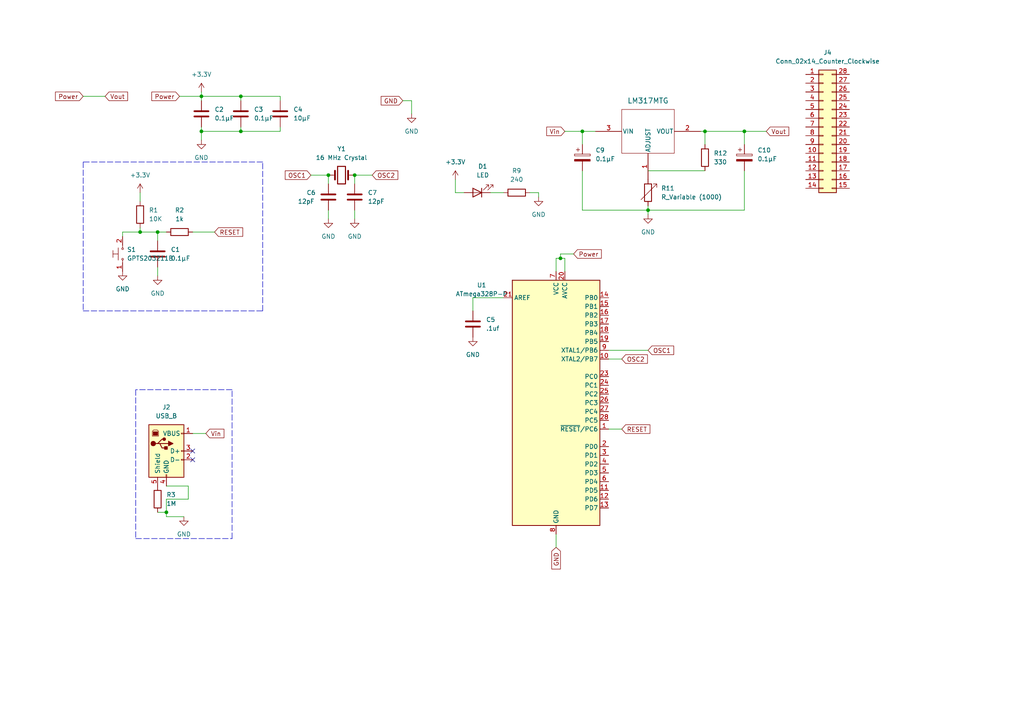
<source format=kicad_sch>
(kicad_sch (version 20230121) (generator eeschema)

  (uuid a0f57f4e-f2f6-4954-a4da-49a5da8e9fef)

  (paper "A4")

  (lib_symbols
    (symbol "Connector:USB_B" (pin_names (offset 1.016)) (in_bom yes) (on_board yes)
      (property "Reference" "J" (at -5.08 11.43 0)
        (effects (font (size 1.27 1.27)) (justify left))
      )
      (property "Value" "USB_B" (at -5.08 8.89 0)
        (effects (font (size 1.27 1.27)) (justify left))
      )
      (property "Footprint" "" (at 3.81 -1.27 0)
        (effects (font (size 1.27 1.27)) hide)
      )
      (property "Datasheet" " ~" (at 3.81 -1.27 0)
        (effects (font (size 1.27 1.27)) hide)
      )
      (property "ki_keywords" "connector USB" (at 0 0 0)
        (effects (font (size 1.27 1.27)) hide)
      )
      (property "ki_description" "USB Type B connector" (at 0 0 0)
        (effects (font (size 1.27 1.27)) hide)
      )
      (property "ki_fp_filters" "USB*" (at 0 0 0)
        (effects (font (size 1.27 1.27)) hide)
      )
      (symbol "USB_B_0_1"
        (rectangle (start -5.08 -7.62) (end 5.08 7.62)
          (stroke (width 0.254) (type default))
          (fill (type background))
        )
        (circle (center -3.81 2.159) (radius 0.635)
          (stroke (width 0.254) (type default))
          (fill (type outline))
        )
        (rectangle (start -3.81 5.588) (end -2.54 4.572)
          (stroke (width 0) (type default))
          (fill (type outline))
        )
        (circle (center -0.635 3.429) (radius 0.381)
          (stroke (width 0.254) (type default))
          (fill (type outline))
        )
        (rectangle (start -0.127 -7.62) (end 0.127 -6.858)
          (stroke (width 0) (type default))
          (fill (type none))
        )
        (polyline
          (pts
            (xy -1.905 2.159)
            (xy 0.635 2.159)
          )
          (stroke (width 0.254) (type default))
          (fill (type none))
        )
        (polyline
          (pts
            (xy -3.175 2.159)
            (xy -2.54 2.159)
            (xy -1.27 3.429)
            (xy -0.635 3.429)
          )
          (stroke (width 0.254) (type default))
          (fill (type none))
        )
        (polyline
          (pts
            (xy -2.54 2.159)
            (xy -1.905 2.159)
            (xy -1.27 0.889)
            (xy 0 0.889)
          )
          (stroke (width 0.254) (type default))
          (fill (type none))
        )
        (polyline
          (pts
            (xy 0.635 2.794)
            (xy 0.635 1.524)
            (xy 1.905 2.159)
            (xy 0.635 2.794)
          )
          (stroke (width 0.254) (type default))
          (fill (type outline))
        )
        (polyline
          (pts
            (xy -4.064 4.318)
            (xy -2.286 4.318)
            (xy -2.286 5.715)
            (xy -2.667 6.096)
            (xy -3.683 6.096)
            (xy -4.064 5.715)
            (xy -4.064 4.318)
          )
          (stroke (width 0) (type default))
          (fill (type none))
        )
        (rectangle (start 0.254 1.27) (end -0.508 0.508)
          (stroke (width 0.254) (type default))
          (fill (type outline))
        )
        (rectangle (start 5.08 -2.667) (end 4.318 -2.413)
          (stroke (width 0) (type default))
          (fill (type none))
        )
        (rectangle (start 5.08 -0.127) (end 4.318 0.127)
          (stroke (width 0) (type default))
          (fill (type none))
        )
        (rectangle (start 5.08 4.953) (end 4.318 5.207)
          (stroke (width 0) (type default))
          (fill (type none))
        )
      )
      (symbol "USB_B_1_1"
        (pin power_out line (at 7.62 5.08 180) (length 2.54)
          (name "VBUS" (effects (font (size 1.27 1.27))))
          (number "1" (effects (font (size 1.27 1.27))))
        )
        (pin bidirectional line (at 7.62 -2.54 180) (length 2.54)
          (name "D-" (effects (font (size 1.27 1.27))))
          (number "2" (effects (font (size 1.27 1.27))))
        )
        (pin bidirectional line (at 7.62 0 180) (length 2.54)
          (name "D+" (effects (font (size 1.27 1.27))))
          (number "3" (effects (font (size 1.27 1.27))))
        )
        (pin power_out line (at 0 -10.16 90) (length 2.54)
          (name "GND" (effects (font (size 1.27 1.27))))
          (number "4" (effects (font (size 1.27 1.27))))
        )
        (pin passive line (at -2.54 -10.16 90) (length 2.54)
          (name "Shield" (effects (font (size 1.27 1.27))))
          (number "5" (effects (font (size 1.27 1.27))))
        )
      )
    )
    (symbol "Connector_Generic:Conn_02x14_Counter_Clockwise" (pin_names (offset 1.016) hide) (in_bom yes) (on_board yes)
      (property "Reference" "J" (at 1.27 17.78 0)
        (effects (font (size 1.27 1.27)))
      )
      (property "Value" "Conn_02x14_Counter_Clockwise" (at 1.27 -20.32 0)
        (effects (font (size 1.27 1.27)))
      )
      (property "Footprint" "" (at 0 0 0)
        (effects (font (size 1.27 1.27)) hide)
      )
      (property "Datasheet" "~" (at 0 0 0)
        (effects (font (size 1.27 1.27)) hide)
      )
      (property "ki_keywords" "connector" (at 0 0 0)
        (effects (font (size 1.27 1.27)) hide)
      )
      (property "ki_description" "Generic connector, double row, 02x14, counter clockwise pin numbering scheme (similar to DIP package numbering), script generated (kicad-library-utils/schlib/autogen/connector/)" (at 0 0 0)
        (effects (font (size 1.27 1.27)) hide)
      )
      (property "ki_fp_filters" "Connector*:*_2x??_*" (at 0 0 0)
        (effects (font (size 1.27 1.27)) hide)
      )
      (symbol "Conn_02x14_Counter_Clockwise_1_1"
        (rectangle (start -1.27 -17.653) (end 0 -17.907)
          (stroke (width 0.1524) (type default))
          (fill (type none))
        )
        (rectangle (start -1.27 -15.113) (end 0 -15.367)
          (stroke (width 0.1524) (type default))
          (fill (type none))
        )
        (rectangle (start -1.27 -12.573) (end 0 -12.827)
          (stroke (width 0.1524) (type default))
          (fill (type none))
        )
        (rectangle (start -1.27 -10.033) (end 0 -10.287)
          (stroke (width 0.1524) (type default))
          (fill (type none))
        )
        (rectangle (start -1.27 -7.493) (end 0 -7.747)
          (stroke (width 0.1524) (type default))
          (fill (type none))
        )
        (rectangle (start -1.27 -4.953) (end 0 -5.207)
          (stroke (width 0.1524) (type default))
          (fill (type none))
        )
        (rectangle (start -1.27 -2.413) (end 0 -2.667)
          (stroke (width 0.1524) (type default))
          (fill (type none))
        )
        (rectangle (start -1.27 0.127) (end 0 -0.127)
          (stroke (width 0.1524) (type default))
          (fill (type none))
        )
        (rectangle (start -1.27 2.667) (end 0 2.413)
          (stroke (width 0.1524) (type default))
          (fill (type none))
        )
        (rectangle (start -1.27 5.207) (end 0 4.953)
          (stroke (width 0.1524) (type default))
          (fill (type none))
        )
        (rectangle (start -1.27 7.747) (end 0 7.493)
          (stroke (width 0.1524) (type default))
          (fill (type none))
        )
        (rectangle (start -1.27 10.287) (end 0 10.033)
          (stroke (width 0.1524) (type default))
          (fill (type none))
        )
        (rectangle (start -1.27 12.827) (end 0 12.573)
          (stroke (width 0.1524) (type default))
          (fill (type none))
        )
        (rectangle (start -1.27 15.367) (end 0 15.113)
          (stroke (width 0.1524) (type default))
          (fill (type none))
        )
        (rectangle (start -1.27 16.51) (end 3.81 -19.05)
          (stroke (width 0.254) (type default))
          (fill (type background))
        )
        (rectangle (start 3.81 -17.653) (end 2.54 -17.907)
          (stroke (width 0.1524) (type default))
          (fill (type none))
        )
        (rectangle (start 3.81 -15.113) (end 2.54 -15.367)
          (stroke (width 0.1524) (type default))
          (fill (type none))
        )
        (rectangle (start 3.81 -12.573) (end 2.54 -12.827)
          (stroke (width 0.1524) (type default))
          (fill (type none))
        )
        (rectangle (start 3.81 -10.033) (end 2.54 -10.287)
          (stroke (width 0.1524) (type default))
          (fill (type none))
        )
        (rectangle (start 3.81 -7.493) (end 2.54 -7.747)
          (stroke (width 0.1524) (type default))
          (fill (type none))
        )
        (rectangle (start 3.81 -4.953) (end 2.54 -5.207)
          (stroke (width 0.1524) (type default))
          (fill (type none))
        )
        (rectangle (start 3.81 -2.413) (end 2.54 -2.667)
          (stroke (width 0.1524) (type default))
          (fill (type none))
        )
        (rectangle (start 3.81 0.127) (end 2.54 -0.127)
          (stroke (width 0.1524) (type default))
          (fill (type none))
        )
        (rectangle (start 3.81 2.667) (end 2.54 2.413)
          (stroke (width 0.1524) (type default))
          (fill (type none))
        )
        (rectangle (start 3.81 5.207) (end 2.54 4.953)
          (stroke (width 0.1524) (type default))
          (fill (type none))
        )
        (rectangle (start 3.81 7.747) (end 2.54 7.493)
          (stroke (width 0.1524) (type default))
          (fill (type none))
        )
        (rectangle (start 3.81 10.287) (end 2.54 10.033)
          (stroke (width 0.1524) (type default))
          (fill (type none))
        )
        (rectangle (start 3.81 12.827) (end 2.54 12.573)
          (stroke (width 0.1524) (type default))
          (fill (type none))
        )
        (rectangle (start 3.81 15.367) (end 2.54 15.113)
          (stroke (width 0.1524) (type default))
          (fill (type none))
        )
        (pin passive line (at -5.08 15.24 0) (length 3.81)
          (name "Pin_1" (effects (font (size 1.27 1.27))))
          (number "1" (effects (font (size 1.27 1.27))))
        )
        (pin passive line (at -5.08 -7.62 0) (length 3.81)
          (name "Pin_10" (effects (font (size 1.27 1.27))))
          (number "10" (effects (font (size 1.27 1.27))))
        )
        (pin passive line (at -5.08 -10.16 0) (length 3.81)
          (name "Pin_11" (effects (font (size 1.27 1.27))))
          (number "11" (effects (font (size 1.27 1.27))))
        )
        (pin passive line (at -5.08 -12.7 0) (length 3.81)
          (name "Pin_12" (effects (font (size 1.27 1.27))))
          (number "12" (effects (font (size 1.27 1.27))))
        )
        (pin passive line (at -5.08 -15.24 0) (length 3.81)
          (name "Pin_13" (effects (font (size 1.27 1.27))))
          (number "13" (effects (font (size 1.27 1.27))))
        )
        (pin passive line (at -5.08 -17.78 0) (length 3.81)
          (name "Pin_14" (effects (font (size 1.27 1.27))))
          (number "14" (effects (font (size 1.27 1.27))))
        )
        (pin passive line (at 7.62 -17.78 180) (length 3.81)
          (name "Pin_15" (effects (font (size 1.27 1.27))))
          (number "15" (effects (font (size 1.27 1.27))))
        )
        (pin passive line (at 7.62 -15.24 180) (length 3.81)
          (name "Pin_16" (effects (font (size 1.27 1.27))))
          (number "16" (effects (font (size 1.27 1.27))))
        )
        (pin passive line (at 7.62 -12.7 180) (length 3.81)
          (name "Pin_17" (effects (font (size 1.27 1.27))))
          (number "17" (effects (font (size 1.27 1.27))))
        )
        (pin passive line (at 7.62 -10.16 180) (length 3.81)
          (name "Pin_18" (effects (font (size 1.27 1.27))))
          (number "18" (effects (font (size 1.27 1.27))))
        )
        (pin passive line (at 7.62 -7.62 180) (length 3.81)
          (name "Pin_19" (effects (font (size 1.27 1.27))))
          (number "19" (effects (font (size 1.27 1.27))))
        )
        (pin passive line (at -5.08 12.7 0) (length 3.81)
          (name "Pin_2" (effects (font (size 1.27 1.27))))
          (number "2" (effects (font (size 1.27 1.27))))
        )
        (pin passive line (at 7.62 -5.08 180) (length 3.81)
          (name "Pin_20" (effects (font (size 1.27 1.27))))
          (number "20" (effects (font (size 1.27 1.27))))
        )
        (pin passive line (at 7.62 -2.54 180) (length 3.81)
          (name "Pin_21" (effects (font (size 1.27 1.27))))
          (number "21" (effects (font (size 1.27 1.27))))
        )
        (pin passive line (at 7.62 0 180) (length 3.81)
          (name "Pin_22" (effects (font (size 1.27 1.27))))
          (number "22" (effects (font (size 1.27 1.27))))
        )
        (pin passive line (at 7.62 2.54 180) (length 3.81)
          (name "Pin_23" (effects (font (size 1.27 1.27))))
          (number "23" (effects (font (size 1.27 1.27))))
        )
        (pin passive line (at 7.62 5.08 180) (length 3.81)
          (name "Pin_24" (effects (font (size 1.27 1.27))))
          (number "24" (effects (font (size 1.27 1.27))))
        )
        (pin passive line (at 7.62 7.62 180) (length 3.81)
          (name "Pin_25" (effects (font (size 1.27 1.27))))
          (number "25" (effects (font (size 1.27 1.27))))
        )
        (pin passive line (at 7.62 10.16 180) (length 3.81)
          (name "Pin_26" (effects (font (size 1.27 1.27))))
          (number "26" (effects (font (size 1.27 1.27))))
        )
        (pin passive line (at 7.62 12.7 180) (length 3.81)
          (name "Pin_27" (effects (font (size 1.27 1.27))))
          (number "27" (effects (font (size 1.27 1.27))))
        )
        (pin passive line (at 7.62 15.24 180) (length 3.81)
          (name "Pin_28" (effects (font (size 1.27 1.27))))
          (number "28" (effects (font (size 1.27 1.27))))
        )
        (pin passive line (at -5.08 10.16 0) (length 3.81)
          (name "Pin_3" (effects (font (size 1.27 1.27))))
          (number "3" (effects (font (size 1.27 1.27))))
        )
        (pin passive line (at -5.08 7.62 0) (length 3.81)
          (name "Pin_4" (effects (font (size 1.27 1.27))))
          (number "4" (effects (font (size 1.27 1.27))))
        )
        (pin passive line (at -5.08 5.08 0) (length 3.81)
          (name "Pin_5" (effects (font (size 1.27 1.27))))
          (number "5" (effects (font (size 1.27 1.27))))
        )
        (pin passive line (at -5.08 2.54 0) (length 3.81)
          (name "Pin_6" (effects (font (size 1.27 1.27))))
          (number "6" (effects (font (size 1.27 1.27))))
        )
        (pin passive line (at -5.08 0 0) (length 3.81)
          (name "Pin_7" (effects (font (size 1.27 1.27))))
          (number "7" (effects (font (size 1.27 1.27))))
        )
        (pin passive line (at -5.08 -2.54 0) (length 3.81)
          (name "Pin_8" (effects (font (size 1.27 1.27))))
          (number "8" (effects (font (size 1.27 1.27))))
        )
        (pin passive line (at -5.08 -5.08 0) (length 3.81)
          (name "Pin_9" (effects (font (size 1.27 1.27))))
          (number "9" (effects (font (size 1.27 1.27))))
        )
      )
    )
    (symbol "Device:C" (pin_numbers hide) (pin_names (offset 0.254)) (in_bom yes) (on_board yes)
      (property "Reference" "C" (at 0.635 2.54 0)
        (effects (font (size 1.27 1.27)) (justify left))
      )
      (property "Value" "C" (at 0.635 -2.54 0)
        (effects (font (size 1.27 1.27)) (justify left))
      )
      (property "Footprint" "" (at 0.9652 -3.81 0)
        (effects (font (size 1.27 1.27)) hide)
      )
      (property "Datasheet" "~" (at 0 0 0)
        (effects (font (size 1.27 1.27)) hide)
      )
      (property "ki_keywords" "cap capacitor" (at 0 0 0)
        (effects (font (size 1.27 1.27)) hide)
      )
      (property "ki_description" "Unpolarized capacitor" (at 0 0 0)
        (effects (font (size 1.27 1.27)) hide)
      )
      (property "ki_fp_filters" "C_*" (at 0 0 0)
        (effects (font (size 1.27 1.27)) hide)
      )
      (symbol "C_0_1"
        (polyline
          (pts
            (xy -2.032 -0.762)
            (xy 2.032 -0.762)
          )
          (stroke (width 0.508) (type default))
          (fill (type none))
        )
        (polyline
          (pts
            (xy -2.032 0.762)
            (xy 2.032 0.762)
          )
          (stroke (width 0.508) (type default))
          (fill (type none))
        )
      )
      (symbol "C_1_1"
        (pin passive line (at 0 3.81 270) (length 2.794)
          (name "~" (effects (font (size 1.27 1.27))))
          (number "1" (effects (font (size 1.27 1.27))))
        )
        (pin passive line (at 0 -3.81 90) (length 2.794)
          (name "~" (effects (font (size 1.27 1.27))))
          (number "2" (effects (font (size 1.27 1.27))))
        )
      )
    )
    (symbol "Device:C_Polarized" (pin_numbers hide) (pin_names (offset 0.254)) (in_bom yes) (on_board yes)
      (property "Reference" "C" (at 0.635 2.54 0)
        (effects (font (size 1.27 1.27)) (justify left))
      )
      (property "Value" "C_Polarized" (at 0.635 -2.54 0)
        (effects (font (size 1.27 1.27)) (justify left))
      )
      (property "Footprint" "" (at 0.9652 -3.81 0)
        (effects (font (size 1.27 1.27)) hide)
      )
      (property "Datasheet" "~" (at 0 0 0)
        (effects (font (size 1.27 1.27)) hide)
      )
      (property "ki_keywords" "cap capacitor" (at 0 0 0)
        (effects (font (size 1.27 1.27)) hide)
      )
      (property "ki_description" "Polarized capacitor" (at 0 0 0)
        (effects (font (size 1.27 1.27)) hide)
      )
      (property "ki_fp_filters" "CP_*" (at 0 0 0)
        (effects (font (size 1.27 1.27)) hide)
      )
      (symbol "C_Polarized_0_1"
        (rectangle (start -2.286 0.508) (end 2.286 1.016)
          (stroke (width 0) (type default))
          (fill (type none))
        )
        (polyline
          (pts
            (xy -1.778 2.286)
            (xy -0.762 2.286)
          )
          (stroke (width 0) (type default))
          (fill (type none))
        )
        (polyline
          (pts
            (xy -1.27 2.794)
            (xy -1.27 1.778)
          )
          (stroke (width 0) (type default))
          (fill (type none))
        )
        (rectangle (start 2.286 -0.508) (end -2.286 -1.016)
          (stroke (width 0) (type default))
          (fill (type outline))
        )
      )
      (symbol "C_Polarized_1_1"
        (pin passive line (at 0 3.81 270) (length 2.794)
          (name "~" (effects (font (size 1.27 1.27))))
          (number "1" (effects (font (size 1.27 1.27))))
        )
        (pin passive line (at 0 -3.81 90) (length 2.794)
          (name "~" (effects (font (size 1.27 1.27))))
          (number "2" (effects (font (size 1.27 1.27))))
        )
      )
    )
    (symbol "Device:Crystal" (pin_numbers hide) (pin_names (offset 1.016) hide) (in_bom yes) (on_board yes)
      (property "Reference" "Y" (at 0 3.81 0)
        (effects (font (size 1.27 1.27)))
      )
      (property "Value" "Crystal" (at 0 -3.81 0)
        (effects (font (size 1.27 1.27)))
      )
      (property "Footprint" "" (at 0 0 0)
        (effects (font (size 1.27 1.27)) hide)
      )
      (property "Datasheet" "~" (at 0 0 0)
        (effects (font (size 1.27 1.27)) hide)
      )
      (property "ki_keywords" "quartz ceramic resonator oscillator" (at 0 0 0)
        (effects (font (size 1.27 1.27)) hide)
      )
      (property "ki_description" "Two pin crystal" (at 0 0 0)
        (effects (font (size 1.27 1.27)) hide)
      )
      (property "ki_fp_filters" "Crystal*" (at 0 0 0)
        (effects (font (size 1.27 1.27)) hide)
      )
      (symbol "Crystal_0_1"
        (rectangle (start -1.143 2.54) (end 1.143 -2.54)
          (stroke (width 0.3048) (type default))
          (fill (type none))
        )
        (polyline
          (pts
            (xy -2.54 0)
            (xy -1.905 0)
          )
          (stroke (width 0) (type default))
          (fill (type none))
        )
        (polyline
          (pts
            (xy -1.905 -1.27)
            (xy -1.905 1.27)
          )
          (stroke (width 0.508) (type default))
          (fill (type none))
        )
        (polyline
          (pts
            (xy 1.905 -1.27)
            (xy 1.905 1.27)
          )
          (stroke (width 0.508) (type default))
          (fill (type none))
        )
        (polyline
          (pts
            (xy 2.54 0)
            (xy 1.905 0)
          )
          (stroke (width 0) (type default))
          (fill (type none))
        )
      )
      (symbol "Crystal_1_1"
        (pin passive line (at -3.81 0 0) (length 1.27)
          (name "1" (effects (font (size 1.27 1.27))))
          (number "1" (effects (font (size 1.27 1.27))))
        )
        (pin passive line (at 3.81 0 180) (length 1.27)
          (name "2" (effects (font (size 1.27 1.27))))
          (number "2" (effects (font (size 1.27 1.27))))
        )
      )
    )
    (symbol "Device:LED" (pin_numbers hide) (pin_names (offset 1.016) hide) (in_bom yes) (on_board yes)
      (property "Reference" "D" (at 0 2.54 0)
        (effects (font (size 1.27 1.27)))
      )
      (property "Value" "LED" (at 0 -2.54 0)
        (effects (font (size 1.27 1.27)))
      )
      (property "Footprint" "" (at 0 0 0)
        (effects (font (size 1.27 1.27)) hide)
      )
      (property "Datasheet" "~" (at 0 0 0)
        (effects (font (size 1.27 1.27)) hide)
      )
      (property "ki_keywords" "LED diode" (at 0 0 0)
        (effects (font (size 1.27 1.27)) hide)
      )
      (property "ki_description" "Light emitting diode" (at 0 0 0)
        (effects (font (size 1.27 1.27)) hide)
      )
      (property "ki_fp_filters" "LED* LED_SMD:* LED_THT:*" (at 0 0 0)
        (effects (font (size 1.27 1.27)) hide)
      )
      (symbol "LED_0_1"
        (polyline
          (pts
            (xy -1.27 -1.27)
            (xy -1.27 1.27)
          )
          (stroke (width 0.254) (type default))
          (fill (type none))
        )
        (polyline
          (pts
            (xy -1.27 0)
            (xy 1.27 0)
          )
          (stroke (width 0) (type default))
          (fill (type none))
        )
        (polyline
          (pts
            (xy 1.27 -1.27)
            (xy 1.27 1.27)
            (xy -1.27 0)
            (xy 1.27 -1.27)
          )
          (stroke (width 0.254) (type default))
          (fill (type none))
        )
        (polyline
          (pts
            (xy -3.048 -0.762)
            (xy -4.572 -2.286)
            (xy -3.81 -2.286)
            (xy -4.572 -2.286)
            (xy -4.572 -1.524)
          )
          (stroke (width 0) (type default))
          (fill (type none))
        )
        (polyline
          (pts
            (xy -1.778 -0.762)
            (xy -3.302 -2.286)
            (xy -2.54 -2.286)
            (xy -3.302 -2.286)
            (xy -3.302 -1.524)
          )
          (stroke (width 0) (type default))
          (fill (type none))
        )
      )
      (symbol "LED_1_1"
        (pin passive line (at -3.81 0 0) (length 2.54)
          (name "K" (effects (font (size 1.27 1.27))))
          (number "1" (effects (font (size 1.27 1.27))))
        )
        (pin passive line (at 3.81 0 180) (length 2.54)
          (name "A" (effects (font (size 1.27 1.27))))
          (number "2" (effects (font (size 1.27 1.27))))
        )
      )
    )
    (symbol "Device:R" (pin_numbers hide) (pin_names (offset 0)) (in_bom yes) (on_board yes)
      (property "Reference" "R" (at 2.032 0 90)
        (effects (font (size 1.27 1.27)))
      )
      (property "Value" "R" (at 0 0 90)
        (effects (font (size 1.27 1.27)))
      )
      (property "Footprint" "" (at -1.778 0 90)
        (effects (font (size 1.27 1.27)) hide)
      )
      (property "Datasheet" "~" (at 0 0 0)
        (effects (font (size 1.27 1.27)) hide)
      )
      (property "ki_keywords" "R res resistor" (at 0 0 0)
        (effects (font (size 1.27 1.27)) hide)
      )
      (property "ki_description" "Resistor" (at 0 0 0)
        (effects (font (size 1.27 1.27)) hide)
      )
      (property "ki_fp_filters" "R_*" (at 0 0 0)
        (effects (font (size 1.27 1.27)) hide)
      )
      (symbol "R_0_1"
        (rectangle (start -1.016 -2.54) (end 1.016 2.54)
          (stroke (width 0.254) (type default))
          (fill (type none))
        )
      )
      (symbol "R_1_1"
        (pin passive line (at 0 3.81 270) (length 1.27)
          (name "~" (effects (font (size 1.27 1.27))))
          (number "1" (effects (font (size 1.27 1.27))))
        )
        (pin passive line (at 0 -3.81 90) (length 1.27)
          (name "~" (effects (font (size 1.27 1.27))))
          (number "2" (effects (font (size 1.27 1.27))))
        )
      )
    )
    (symbol "Device:R_Variable" (pin_numbers hide) (pin_names (offset 0)) (in_bom yes) (on_board yes)
      (property "Reference" "R" (at 2.54 -2.54 90)
        (effects (font (size 1.27 1.27)) (justify left))
      )
      (property "Value" "R_Variable" (at -2.54 -1.27 90)
        (effects (font (size 1.27 1.27)) (justify left))
      )
      (property "Footprint" "" (at -1.778 0 90)
        (effects (font (size 1.27 1.27)) hide)
      )
      (property "Datasheet" "~" (at 0 0 0)
        (effects (font (size 1.27 1.27)) hide)
      )
      (property "ki_keywords" "R res resistor variable potentiometer rheostat" (at 0 0 0)
        (effects (font (size 1.27 1.27)) hide)
      )
      (property "ki_description" "Variable resistor" (at 0 0 0)
        (effects (font (size 1.27 1.27)) hide)
      )
      (property "ki_fp_filters" "R_*" (at 0 0 0)
        (effects (font (size 1.27 1.27)) hide)
      )
      (symbol "R_Variable_0_1"
        (rectangle (start -1.016 -2.54) (end 1.016 2.54)
          (stroke (width 0.254) (type default))
          (fill (type none))
        )
        (polyline
          (pts
            (xy 2.54 1.524)
            (xy 2.54 2.54)
            (xy 1.524 2.54)
            (xy 2.54 2.54)
            (xy -2.032 -2.032)
          )
          (stroke (width 0) (type default))
          (fill (type none))
        )
      )
      (symbol "R_Variable_1_1"
        (pin passive line (at 0 3.81 270) (length 1.27)
          (name "~" (effects (font (size 1.27 1.27))))
          (number "1" (effects (font (size 1.27 1.27))))
        )
        (pin passive line (at 0 -3.81 90) (length 1.27)
          (name "~" (effects (font (size 1.27 1.27))))
          (number "2" (effects (font (size 1.27 1.27))))
        )
      )
    )
    (symbol "LM317MTG_1" (pin_names (offset 0.254)) (in_bom yes) (on_board yes)
      (property "Reference" "U" (at 29.21 8.89 0)
        (effects (font (size 1.524 1.524)) hide)
      )
      (property "Value" "LM317MTG" (at 30.48 6.35 0)
        (effects (font (size 1.524 1.524)))
      )
      (property "Footprint" "TO220-3_ONS" (at 30.48 1.27 0)
        (effects (font (size 1.27 1.27) italic) hide)
      )
      (property "Datasheet" "LM317MTG" (at 30.48 3.81 0)
        (effects (font (size 1.27 1.27) italic) hide)
      )
      (property "ki_locked" "" (at 0 0 0)
        (effects (font (size 1.27 1.27)))
      )
      (property "ki_keywords" "LM317MTG" (at 0 0 0)
        (effects (font (size 1.27 1.27)) hide)
      )
      (property "ki_fp_filters" "TO220-3_ONS" (at 0 0 0)
        (effects (font (size 1.27 1.27)) hide)
      )
      (symbol "LM317MTG_1_0_1"
        (polyline
          (pts
            (xy 22.86 -7.62)
            (xy 38.1 -7.62)
          )
          (stroke (width 0.127) (type default))
          (fill (type none))
        )
        (polyline
          (pts
            (xy 22.86 5.08)
            (xy 22.86 -7.62)
          )
          (stroke (width 0.127) (type default))
          (fill (type none))
        )
        (polyline
          (pts
            (xy 38.1 -7.62)
            (xy 38.1 5.08)
          )
          (stroke (width 0.127) (type default))
          (fill (type none))
        )
        (polyline
          (pts
            (xy 38.1 5.08)
            (xy 22.86 5.08)
          )
          (stroke (width 0.127) (type default))
          (fill (type none))
        )
        (pin output line (at 45.72 -1.27 180) (length 7.62)
          (name "VOUT" (effects (font (size 1.27 1.27))))
          (number "2" (effects (font (size 1.27 1.27))))
        )
        (pin input line (at 15.24 -1.27 0) (length 7.62)
          (name "VIN" (effects (font (size 1.27 1.27))))
          (number "3" (effects (font (size 1.27 1.27))))
        )
      )
      (symbol "LM317MTG_1_1_1"
        (pin passive line (at 30.48 -15.24 90) (length 7.62)
          (name "ADJUST" (effects (font (size 1.27 1.27))))
          (number "1" (effects (font (size 1.27 1.27))))
        )
      )
    )
    (symbol "MCU_Microchip_ATmega:ATmega328P-P" (in_bom yes) (on_board yes)
      (property "Reference" "U" (at -12.7 36.83 0)
        (effects (font (size 1.27 1.27)) (justify left bottom))
      )
      (property "Value" "ATmega328P-P" (at 2.54 -36.83 0)
        (effects (font (size 1.27 1.27)) (justify left top))
      )
      (property "Footprint" "Package_DIP:DIP-28_W7.62mm" (at 0 0 0)
        (effects (font (size 1.27 1.27) italic) hide)
      )
      (property "Datasheet" "http://ww1.microchip.com/downloads/en/DeviceDoc/ATmega328_P%20AVR%20MCU%20with%20picoPower%20Technology%20Data%20Sheet%2040001984A.pdf" (at 0 0 0)
        (effects (font (size 1.27 1.27)) hide)
      )
      (property "ki_keywords" "AVR 8bit Microcontroller MegaAVR PicoPower" (at 0 0 0)
        (effects (font (size 1.27 1.27)) hide)
      )
      (property "ki_description" "20MHz, 32kB Flash, 2kB SRAM, 1kB EEPROM, DIP-28" (at 0 0 0)
        (effects (font (size 1.27 1.27)) hide)
      )
      (property "ki_fp_filters" "DIP*W7.62mm*" (at 0 0 0)
        (effects (font (size 1.27 1.27)) hide)
      )
      (symbol "ATmega328P-P_0_1"
        (rectangle (start -12.7 -35.56) (end 12.7 35.56)
          (stroke (width 0.254) (type default))
          (fill (type background))
        )
      )
      (symbol "ATmega328P-P_1_1"
        (pin bidirectional line (at 15.24 -7.62 180) (length 2.54)
          (name "~{RESET}/PC6" (effects (font (size 1.27 1.27))))
          (number "1" (effects (font (size 1.27 1.27))))
        )
        (pin bidirectional line (at 15.24 12.7 180) (length 2.54)
          (name "XTAL2/PB7" (effects (font (size 1.27 1.27))))
          (number "10" (effects (font (size 1.27 1.27))))
        )
        (pin bidirectional line (at 15.24 -25.4 180) (length 2.54)
          (name "PD5" (effects (font (size 1.27 1.27))))
          (number "11" (effects (font (size 1.27 1.27))))
        )
        (pin bidirectional line (at 15.24 -27.94 180) (length 2.54)
          (name "PD6" (effects (font (size 1.27 1.27))))
          (number "12" (effects (font (size 1.27 1.27))))
        )
        (pin bidirectional line (at 15.24 -30.48 180) (length 2.54)
          (name "PD7" (effects (font (size 1.27 1.27))))
          (number "13" (effects (font (size 1.27 1.27))))
        )
        (pin bidirectional line (at 15.24 30.48 180) (length 2.54)
          (name "PB0" (effects (font (size 1.27 1.27))))
          (number "14" (effects (font (size 1.27 1.27))))
        )
        (pin bidirectional line (at 15.24 27.94 180) (length 2.54)
          (name "PB1" (effects (font (size 1.27 1.27))))
          (number "15" (effects (font (size 1.27 1.27))))
        )
        (pin bidirectional line (at 15.24 25.4 180) (length 2.54)
          (name "PB2" (effects (font (size 1.27 1.27))))
          (number "16" (effects (font (size 1.27 1.27))))
        )
        (pin bidirectional line (at 15.24 22.86 180) (length 2.54)
          (name "PB3" (effects (font (size 1.27 1.27))))
          (number "17" (effects (font (size 1.27 1.27))))
        )
        (pin bidirectional line (at 15.24 20.32 180) (length 2.54)
          (name "PB4" (effects (font (size 1.27 1.27))))
          (number "18" (effects (font (size 1.27 1.27))))
        )
        (pin bidirectional line (at 15.24 17.78 180) (length 2.54)
          (name "PB5" (effects (font (size 1.27 1.27))))
          (number "19" (effects (font (size 1.27 1.27))))
        )
        (pin bidirectional line (at 15.24 -12.7 180) (length 2.54)
          (name "PD0" (effects (font (size 1.27 1.27))))
          (number "2" (effects (font (size 1.27 1.27))))
        )
        (pin power_in line (at 2.54 38.1 270) (length 2.54)
          (name "AVCC" (effects (font (size 1.27 1.27))))
          (number "20" (effects (font (size 1.27 1.27))))
        )
        (pin passive line (at -15.24 30.48 0) (length 2.54)
          (name "AREF" (effects (font (size 1.27 1.27))))
          (number "21" (effects (font (size 1.27 1.27))))
        )
        (pin passive line (at 0 -38.1 90) (length 2.54) hide
          (name "GND" (effects (font (size 1.27 1.27))))
          (number "22" (effects (font (size 1.27 1.27))))
        )
        (pin bidirectional line (at 15.24 7.62 180) (length 2.54)
          (name "PC0" (effects (font (size 1.27 1.27))))
          (number "23" (effects (font (size 1.27 1.27))))
        )
        (pin bidirectional line (at 15.24 5.08 180) (length 2.54)
          (name "PC1" (effects (font (size 1.27 1.27))))
          (number "24" (effects (font (size 1.27 1.27))))
        )
        (pin bidirectional line (at 15.24 2.54 180) (length 2.54)
          (name "PC2" (effects (font (size 1.27 1.27))))
          (number "25" (effects (font (size 1.27 1.27))))
        )
        (pin bidirectional line (at 15.24 0 180) (length 2.54)
          (name "PC3" (effects (font (size 1.27 1.27))))
          (number "26" (effects (font (size 1.27 1.27))))
        )
        (pin bidirectional line (at 15.24 -2.54 180) (length 2.54)
          (name "PC4" (effects (font (size 1.27 1.27))))
          (number "27" (effects (font (size 1.27 1.27))))
        )
        (pin bidirectional line (at 15.24 -5.08 180) (length 2.54)
          (name "PC5" (effects (font (size 1.27 1.27))))
          (number "28" (effects (font (size 1.27 1.27))))
        )
        (pin bidirectional line (at 15.24 -15.24 180) (length 2.54)
          (name "PD1" (effects (font (size 1.27 1.27))))
          (number "3" (effects (font (size 1.27 1.27))))
        )
        (pin bidirectional line (at 15.24 -17.78 180) (length 2.54)
          (name "PD2" (effects (font (size 1.27 1.27))))
          (number "4" (effects (font (size 1.27 1.27))))
        )
        (pin bidirectional line (at 15.24 -20.32 180) (length 2.54)
          (name "PD3" (effects (font (size 1.27 1.27))))
          (number "5" (effects (font (size 1.27 1.27))))
        )
        (pin bidirectional line (at 15.24 -22.86 180) (length 2.54)
          (name "PD4" (effects (font (size 1.27 1.27))))
          (number "6" (effects (font (size 1.27 1.27))))
        )
        (pin power_in line (at 0 38.1 270) (length 2.54)
          (name "VCC" (effects (font (size 1.27 1.27))))
          (number "7" (effects (font (size 1.27 1.27))))
        )
        (pin power_in line (at 0 -38.1 90) (length 2.54)
          (name "GND" (effects (font (size 1.27 1.27))))
          (number "8" (effects (font (size 1.27 1.27))))
        )
        (pin bidirectional line (at 15.24 15.24 180) (length 2.54)
          (name "XTAL1/PB6" (effects (font (size 1.27 1.27))))
          (number "9" (effects (font (size 1.27 1.27))))
        )
      )
    )
    (symbol "dk_Pushbutton-Switches:GPTS203211B" (pin_names (offset 1.016)) (in_bom yes) (on_board yes)
      (property "Reference" "S" (at -3.81 3.81 0)
        (effects (font (size 1.27 1.27)))
      )
      (property "Value" "GPTS203211B" (at 0 -2.54 0)
        (effects (font (size 1.27 1.27)))
      )
      (property "Footprint" "digikey-footprints:PushButton_12x12mm_THT_GPTS203211B" (at 5.08 5.08 0)
        (effects (font (size 1.27 1.27)) (justify left) hide)
      )
      (property "Datasheet" "http://switches-connectors-custom.cwind.com/Asset/GPTS203211BR2.pdf" (at 5.08 7.62 0)
        (effects (font (size 1.524 1.524)) (justify left) hide)
      )
      (property "Digi-Key_PN" "CW181-ND" (at 5.08 10.16 0)
        (effects (font (size 1.524 1.524)) (justify left) hide)
      )
      (property "MPN" "GPTS203211B" (at 5.08 12.7 0)
        (effects (font (size 1.524 1.524)) (justify left) hide)
      )
      (property "Category" "Switches" (at 5.08 15.24 0)
        (effects (font (size 1.524 1.524)) (justify left) hide)
      )
      (property "Family" "Pushbutton Switches" (at 5.08 17.78 0)
        (effects (font (size 1.524 1.524)) (justify left) hide)
      )
      (property "DK_Datasheet_Link" "http://switches-connectors-custom.cwind.com/Asset/GPTS203211BR2.pdf" (at 5.08 20.32 0)
        (effects (font (size 1.524 1.524)) (justify left) hide)
      )
      (property "DK_Detail_Page" "/product-detail/en/cw-industries/GPTS203211B/CW181-ND/3190590" (at 5.08 22.86 0)
        (effects (font (size 1.524 1.524)) (justify left) hide)
      )
      (property "Description" "SWITCH PUSHBUTTON SPST 1A 30V" (at 5.08 25.4 0)
        (effects (font (size 1.524 1.524)) (justify left) hide)
      )
      (property "Manufacturer" "CW Industries" (at 5.08 27.94 0)
        (effects (font (size 1.524 1.524)) (justify left) hide)
      )
      (property "Status" "Active" (at 5.08 30.48 0)
        (effects (font (size 1.524 1.524)) (justify left) hide)
      )
      (property "ki_keywords" "CW181-ND GPTS" (at 0 0 0)
        (effects (font (size 1.27 1.27)) hide)
      )
      (property "ki_description" "SWITCH PUSHBUTTON SPST 1A 30V" (at 0 0 0)
        (effects (font (size 1.27 1.27)) hide)
      )
      (symbol "GPTS203211B_0_1"
        (circle (center -1.524 0) (radius 0.254)
          (stroke (width 0) (type solid))
          (fill (type none))
        )
        (polyline
          (pts
            (xy -2.54 0)
            (xy -1.778 0)
          )
          (stroke (width 0) (type solid))
          (fill (type none))
        )
        (polyline
          (pts
            (xy -1.778 1.27)
            (xy 1.778 1.27)
          )
          (stroke (width 0) (type solid))
          (fill (type none))
        )
        (polyline
          (pts
            (xy -1.016 2.794)
            (xy 1.016 2.794)
          )
          (stroke (width 0) (type solid))
          (fill (type none))
        )
        (polyline
          (pts
            (xy 0 1.27)
            (xy 0 2.794)
          )
          (stroke (width 0) (type solid))
          (fill (type none))
        )
        (polyline
          (pts
            (xy 2.54 0)
            (xy 1.778 0)
          )
          (stroke (width 0) (type solid))
          (fill (type none))
        )
        (circle (center 1.524 0) (radius 0.254)
          (stroke (width 0) (type solid))
          (fill (type none))
        )
      )
      (symbol "GPTS203211B_1_1"
        (pin passive line (at -5.08 0 0) (length 2.54)
          (name "~" (effects (font (size 1.27 1.27))))
          (number "1" (effects (font (size 1.27 1.27))))
        )
        (pin passive line (at 5.08 0 180) (length 2.54)
          (name "~" (effects (font (size 1.27 1.27))))
          (number "2" (effects (font (size 1.27 1.27))))
        )
      )
    )
    (symbol "power:+3.3V" (power) (pin_names (offset 0)) (in_bom yes) (on_board yes)
      (property "Reference" "#PWR" (at 0 -3.81 0)
        (effects (font (size 1.27 1.27)) hide)
      )
      (property "Value" "+3.3V" (at 0 3.556 0)
        (effects (font (size 1.27 1.27)))
      )
      (property "Footprint" "" (at 0 0 0)
        (effects (font (size 1.27 1.27)) hide)
      )
      (property "Datasheet" "" (at 0 0 0)
        (effects (font (size 1.27 1.27)) hide)
      )
      (property "ki_keywords" "global power" (at 0 0 0)
        (effects (font (size 1.27 1.27)) hide)
      )
      (property "ki_description" "Power symbol creates a global label with name \"+3.3V\"" (at 0 0 0)
        (effects (font (size 1.27 1.27)) hide)
      )
      (symbol "+3.3V_0_1"
        (polyline
          (pts
            (xy -0.762 1.27)
            (xy 0 2.54)
          )
          (stroke (width 0) (type default))
          (fill (type none))
        )
        (polyline
          (pts
            (xy 0 0)
            (xy 0 2.54)
          )
          (stroke (width 0) (type default))
          (fill (type none))
        )
        (polyline
          (pts
            (xy 0 2.54)
            (xy 0.762 1.27)
          )
          (stroke (width 0) (type default))
          (fill (type none))
        )
      )
      (symbol "+3.3V_1_1"
        (pin power_in line (at 0 0 90) (length 0) hide
          (name "+3.3V" (effects (font (size 1.27 1.27))))
          (number "1" (effects (font (size 1.27 1.27))))
        )
      )
    )
    (symbol "power:GND" (power) (pin_names (offset 0)) (in_bom yes) (on_board yes)
      (property "Reference" "#PWR" (at 0 -6.35 0)
        (effects (font (size 1.27 1.27)) hide)
      )
      (property "Value" "GND" (at 0 -3.81 0)
        (effects (font (size 1.27 1.27)))
      )
      (property "Footprint" "" (at 0 0 0)
        (effects (font (size 1.27 1.27)) hide)
      )
      (property "Datasheet" "" (at 0 0 0)
        (effects (font (size 1.27 1.27)) hide)
      )
      (property "ki_keywords" "global power" (at 0 0 0)
        (effects (font (size 1.27 1.27)) hide)
      )
      (property "ki_description" "Power symbol creates a global label with name \"GND\" , ground" (at 0 0 0)
        (effects (font (size 1.27 1.27)) hide)
      )
      (symbol "GND_0_1"
        (polyline
          (pts
            (xy 0 0)
            (xy 0 -1.27)
            (xy 1.27 -1.27)
            (xy 0 -2.54)
            (xy -1.27 -1.27)
            (xy 0 -1.27)
          )
          (stroke (width 0) (type default))
          (fill (type none))
        )
      )
      (symbol "GND_1_1"
        (pin power_in line (at 0 0 270) (length 0) hide
          (name "GND" (effects (font (size 1.27 1.27))))
          (number "1" (effects (font (size 1.27 1.27))))
        )
      )
    )
  )

  (junction (at 168.91 38.1) (diameter 0) (color 0 0 0 0)
    (uuid 1443e0a1-7a9c-497f-b125-91a0f26a44bf)
  )
  (junction (at 48.26 148.59) (diameter 0) (color 0 0 0 0)
    (uuid 1d0445c9-6e20-4970-bf28-fd258dd3010a)
  )
  (junction (at 215.9 38.1) (diameter 0) (color 0 0 0 0)
    (uuid 3162304b-2f1e-487c-abd1-478b0fada4c1)
  )
  (junction (at 204.47 38.1) (diameter 0) (color 0 0 0 0)
    (uuid 3171f02c-ff55-41f6-a5c3-b752c3812e73)
  )
  (junction (at 45.72 67.31) (diameter 0) (color 0 0 0 0)
    (uuid 3d7c383b-b8f7-48f0-9db6-b9b753470fda)
  )
  (junction (at 162.56 74.93) (diameter 0) (color 0 0 0 0)
    (uuid 42eb7f84-6aaf-49b1-ab9d-858e82cee0fe)
  )
  (junction (at 69.85 38.1) (diameter 0) (color 0 0 0 0)
    (uuid 4937c438-f11e-4c6e-aeb1-00c89d464aea)
  )
  (junction (at 58.42 38.1) (diameter 0) (color 0 0 0 0)
    (uuid 586db604-aa7c-4315-b6fe-7508129d888b)
  )
  (junction (at 102.87 50.8) (diameter 0) (color 0 0 0 0)
    (uuid 58fd176a-8616-4820-b834-a59c5a7df09b)
  )
  (junction (at 95.25 50.8) (diameter 0) (color 0 0 0 0)
    (uuid 5ab679bb-60fb-4304-bce2-06ab62b7f2c3)
  )
  (junction (at 40.64 67.31) (diameter 0) (color 0 0 0 0)
    (uuid 879cbe91-1bcc-4514-a02e-ae23682b751e)
  )
  (junction (at 58.42 27.94) (diameter 0) (color 0 0 0 0)
    (uuid ad29f115-f4a8-48a6-8ba3-dc2bd25651ea)
  )
  (junction (at 69.85 27.94) (diameter 0) (color 0 0 0 0)
    (uuid e5874767-229b-46ee-8cb2-76733a507404)
  )
  (junction (at 187.96 60.96) (diameter 0) (color 0 0 0 0)
    (uuid f1b54be0-6e08-4e56-ac12-a9f16e23f29c)
  )

  (no_connect (at 55.88 133.35) (uuid eb84c8ff-6503-4dcb-8234-bb211952daf4))
  (no_connect (at 55.88 130.81) (uuid efb43aa3-6bb6-4e0a-8983-265df365cbce))

  (wire (pts (xy 161.29 154.94) (xy 161.29 158.75))
    (stroke (width 0) (type default))
    (uuid 0419a96b-6731-4b4c-8524-917a86fd41be)
  )
  (wire (pts (xy 45.72 77.47) (xy 45.72 80.01))
    (stroke (width 0) (type default))
    (uuid 064f8eaa-f2ea-47ef-98b9-74a6867e921d)
  )
  (wire (pts (xy 162.56 74.93) (xy 162.56 73.66))
    (stroke (width 0) (type default))
    (uuid 0a86bd73-c212-4726-903d-db1cb4bba71c)
  )
  (wire (pts (xy 45.72 148.59) (xy 48.26 148.59))
    (stroke (width 0) (type default))
    (uuid 1115c5b4-8a99-48c1-b89c-eb3b47c239c7)
  )
  (polyline (pts (xy 24.13 46.99) (xy 24.13 90.17))
    (stroke (width 0) (type dash))
    (uuid 126847ac-2902-4446-a099-0b5f9547bb60)
  )

  (wire (pts (xy 54.61 140.97) (xy 48.26 140.97))
    (stroke (width 0) (type default))
    (uuid 1320a5b6-a498-4c4d-9809-a8801a7c1880)
  )
  (wire (pts (xy 54.61 144.78) (xy 54.61 140.97))
    (stroke (width 0) (type default))
    (uuid 164c7d7c-0739-4d42-a259-b40e3fd854e8)
  )
  (wire (pts (xy 102.87 50.8) (xy 107.95 50.8))
    (stroke (width 0) (type default))
    (uuid 1749703b-f700-4b25-9f4e-6b01fc135119)
  )
  (wire (pts (xy 40.64 55.88) (xy 40.64 58.42))
    (stroke (width 0) (type default))
    (uuid 186197e2-d118-4742-a999-86131030f632)
  )
  (polyline (pts (xy 76.2 46.99) (xy 24.13 46.99))
    (stroke (width 0) (type dash))
    (uuid 1b97c79f-1b47-466f-9892-60b20dbad35b)
  )

  (wire (pts (xy 215.9 60.96) (xy 187.96 60.96))
    (stroke (width 0) (type default))
    (uuid 1d8a19df-d0de-4098-8fa8-9002b64d2d7b)
  )
  (wire (pts (xy 176.53 104.14) (xy 180.34 104.14))
    (stroke (width 0) (type default))
    (uuid 1e1444b4-a406-480a-b11d-0cfe98ab5369)
  )
  (wire (pts (xy 162.56 74.93) (xy 163.83 74.93))
    (stroke (width 0) (type default))
    (uuid 23a1f235-d6ab-4436-a9fb-7215e9976ea7)
  )
  (wire (pts (xy 163.83 74.93) (xy 163.83 78.74))
    (stroke (width 0) (type default))
    (uuid 243f8462-6941-4f54-940a-2c343229a801)
  )
  (wire (pts (xy 95.25 60.96) (xy 95.25 63.5))
    (stroke (width 0) (type default))
    (uuid 24889096-556c-4722-958e-e5b01fa6c06d)
  )
  (wire (pts (xy 187.96 60.96) (xy 187.96 62.23))
    (stroke (width 0) (type default))
    (uuid 248c0ea2-23ed-4558-92c2-f52ea5e59139)
  )
  (wire (pts (xy 52.07 27.94) (xy 58.42 27.94))
    (stroke (width 0) (type default))
    (uuid 3b806be4-7e46-4cfa-919d-f267891a26e6)
  )
  (polyline (pts (xy 67.31 113.03) (xy 39.37 113.03))
    (stroke (width 0) (type dash))
    (uuid 3d293a7c-54dc-4e83-a5dc-3cc6311c8795)
  )

  (wire (pts (xy 81.28 36.83) (xy 81.28 38.1))
    (stroke (width 0) (type default))
    (uuid 43587b18-f5c5-48c7-92f3-20ecfd7abe92)
  )
  (wire (pts (xy 69.85 27.94) (xy 81.28 27.94))
    (stroke (width 0) (type default))
    (uuid 44fb295f-930e-468c-85df-099f4dc457ed)
  )
  (wire (pts (xy 203.2 38.1) (xy 204.47 38.1))
    (stroke (width 0) (type default))
    (uuid 4ceffe02-c51b-4ef6-a582-74b4171e3f00)
  )
  (wire (pts (xy 142.24 55.88) (xy 146.05 55.88))
    (stroke (width 0) (type default))
    (uuid 52f9cce5-4c0a-449a-a9a2-64230deab9f7)
  )
  (wire (pts (xy 153.67 55.88) (xy 156.21 55.88))
    (stroke (width 0) (type default))
    (uuid 59d5ed98-6034-4bb9-8732-64b7b6ccbebf)
  )
  (wire (pts (xy 204.47 38.1) (xy 215.9 38.1))
    (stroke (width 0) (type default))
    (uuid 5f1447ee-b879-4b78-a060-8c9c963ca271)
  )
  (wire (pts (xy 102.87 50.8) (xy 102.87 53.34))
    (stroke (width 0) (type default))
    (uuid 6106c336-7f45-4f1b-b060-4ccff9d563fc)
  )
  (wire (pts (xy 204.47 38.1) (xy 204.47 41.91))
    (stroke (width 0) (type default))
    (uuid 624e938b-bf83-46fa-934f-24349d42d255)
  )
  (wire (pts (xy 156.21 55.88) (xy 156.21 57.15))
    (stroke (width 0) (type default))
    (uuid 625cb937-bfc9-4c2f-acb1-a3a3ee89218a)
  )
  (wire (pts (xy 45.72 67.31) (xy 48.26 67.31))
    (stroke (width 0) (type default))
    (uuid 669fed1b-11cc-486e-bacd-da8140e73abb)
  )
  (wire (pts (xy 168.91 60.96) (xy 187.96 60.96))
    (stroke (width 0) (type default))
    (uuid 71e2f8b8-8661-4887-9936-60a8d8144982)
  )
  (wire (pts (xy 95.25 50.8) (xy 95.25 53.34))
    (stroke (width 0) (type default))
    (uuid 73c4d840-91c1-4799-8d91-6ce2554d6f53)
  )
  (polyline (pts (xy 76.2 90.17) (xy 76.2 46.99))
    (stroke (width 0) (type dash))
    (uuid 7942e223-2946-40d0-85a9-2125ff70ad00)
  )

  (wire (pts (xy 168.91 38.1) (xy 172.72 38.1))
    (stroke (width 0) (type default))
    (uuid 808b7cb1-f8de-4127-8e66-49b322127579)
  )
  (wire (pts (xy 161.29 74.93) (xy 162.56 74.93))
    (stroke (width 0) (type default))
    (uuid 846b7d3e-f44f-4024-9764-a880011f587c)
  )
  (wire (pts (xy 58.42 38.1) (xy 58.42 36.83))
    (stroke (width 0) (type default))
    (uuid 869834ec-f69e-4e71-8fe6-41c88308b3cd)
  )
  (polyline (pts (xy 67.31 156.21) (xy 67.31 113.03))
    (stroke (width 0) (type dash))
    (uuid 88da55d0-c2cd-4531-bd11-bab2d1b45206)
  )

  (wire (pts (xy 55.88 67.31) (xy 62.23 67.31))
    (stroke (width 0) (type default))
    (uuid 88ecd676-e69f-4b0e-b79e-bb06c17e9ee8)
  )
  (wire (pts (xy 54.61 144.78) (xy 48.26 144.78))
    (stroke (width 0) (type default))
    (uuid 89294041-a684-4427-86b1-a995b0f6787f)
  )
  (wire (pts (xy 163.83 38.1) (xy 168.91 38.1))
    (stroke (width 0) (type default))
    (uuid 8daf1016-8c92-4d53-b526-dd68f3b517af)
  )
  (wire (pts (xy 132.08 55.88) (xy 134.62 55.88))
    (stroke (width 0) (type default))
    (uuid 8ec549f8-0517-4b19-a509-23608efb61ad)
  )
  (polyline (pts (xy 39.37 113.03) (xy 39.37 156.21))
    (stroke (width 0) (type dash))
    (uuid 94c4e93a-1356-49e9-a6c5-07a8919b8e45)
  )
  (polyline (pts (xy 39.37 156.21) (xy 67.31 156.21))
    (stroke (width 0) (type dash))
    (uuid 9a6911cc-ed2e-46bb-9646-7f7d8c65162f)
  )

  (wire (pts (xy 119.38 29.21) (xy 119.38 33.02))
    (stroke (width 0) (type default))
    (uuid 9bfb1719-a230-49e4-ba93-1a780cfa149a)
  )
  (wire (pts (xy 40.64 66.04) (xy 40.64 67.31))
    (stroke (width 0) (type default))
    (uuid a22de708-3206-4ff8-897a-45677eb04afe)
  )
  (wire (pts (xy 55.88 125.73) (xy 59.69 125.73))
    (stroke (width 0) (type default))
    (uuid a479a932-7d4a-4858-aa36-4ed094b543e5)
  )
  (wire (pts (xy 176.53 124.46) (xy 180.34 124.46))
    (stroke (width 0) (type default))
    (uuid ad4bfbfd-7bf5-4c1b-ab70-a49173384a72)
  )
  (wire (pts (xy 187.96 59.69) (xy 187.96 60.96))
    (stroke (width 0) (type default))
    (uuid ada1c65a-9d03-4460-9bd0-3d3d2ca446e3)
  )
  (wire (pts (xy 102.87 60.96) (xy 102.87 63.5))
    (stroke (width 0) (type default))
    (uuid b0387c28-136a-4999-b837-295a70fbb26c)
  )
  (wire (pts (xy 137.16 86.36) (xy 137.16 90.17))
    (stroke (width 0) (type default))
    (uuid b04cb925-36f9-4dd6-8a58-ca37e1f3feba)
  )
  (wire (pts (xy 187.96 49.53) (xy 204.47 49.53))
    (stroke (width 0) (type default))
    (uuid b37fbb5f-8199-4735-acaf-78f807a61008)
  )
  (polyline (pts (xy 24.13 90.17) (xy 76.2 90.17))
    (stroke (width 0) (type dash))
    (uuid b3a9d75c-3165-4760-a88b-7d2323ba943c)
  )

  (wire (pts (xy 40.64 67.31) (xy 45.72 67.31))
    (stroke (width 0) (type default))
    (uuid b7279f50-7720-4a61-a17d-628b86809ada)
  )
  (wire (pts (xy 45.72 67.31) (xy 45.72 69.85))
    (stroke (width 0) (type default))
    (uuid b727c7ca-64a1-4d68-a6b8-1673f2b430a2)
  )
  (wire (pts (xy 69.85 27.94) (xy 69.85 29.21))
    (stroke (width 0) (type default))
    (uuid b94ed2c8-f3af-4c9e-a4a5-64fcdde94e17)
  )
  (wire (pts (xy 35.56 67.31) (xy 35.56 68.58))
    (stroke (width 0) (type default))
    (uuid bcee3047-03f8-4989-b4d8-0a8bd7699015)
  )
  (wire (pts (xy 53.34 149.86) (xy 48.26 149.86))
    (stroke (width 0) (type default))
    (uuid c17c3c8b-3908-4bf7-9d8e-d453e8baeda0)
  )
  (wire (pts (xy 69.85 36.83) (xy 69.85 38.1))
    (stroke (width 0) (type default))
    (uuid c1c1a1ec-dd06-4909-83f1-0e9bda313e0b)
  )
  (wire (pts (xy 58.42 26.67) (xy 58.42 27.94))
    (stroke (width 0) (type default))
    (uuid c9a7ea8a-6632-437b-9b14-cbd95426a2fe)
  )
  (wire (pts (xy 40.64 67.31) (xy 35.56 67.31))
    (stroke (width 0) (type default))
    (uuid cb37c693-ced8-44fc-bd19-b864b500d8e1)
  )
  (wire (pts (xy 132.08 52.07) (xy 132.08 55.88))
    (stroke (width 0) (type default))
    (uuid cc228d0d-3292-4ef0-81df-656cf431f9f8)
  )
  (wire (pts (xy 24.13 27.94) (xy 30.48 27.94))
    (stroke (width 0) (type default))
    (uuid cef5aaea-17ce-465b-8290-5683613b28cd)
  )
  (wire (pts (xy 146.05 86.36) (xy 137.16 86.36))
    (stroke (width 0) (type default))
    (uuid d0d7aa6a-2188-484b-8202-3a5abf22bb36)
  )
  (wire (pts (xy 176.53 101.6) (xy 187.96 101.6))
    (stroke (width 0) (type default))
    (uuid d2a858cb-72ae-4d07-b265-10d0986bb387)
  )
  (wire (pts (xy 81.28 38.1) (xy 69.85 38.1))
    (stroke (width 0) (type default))
    (uuid d2de1bb1-4d62-4c7c-b82a-7de448383522)
  )
  (wire (pts (xy 81.28 27.94) (xy 81.28 29.21))
    (stroke (width 0) (type default))
    (uuid d8b2fc4f-5172-4326-8102-5d9366d18070)
  )
  (wire (pts (xy 215.9 49.53) (xy 215.9 60.96))
    (stroke (width 0) (type default))
    (uuid db6353c4-c048-46ae-8a11-2fca948ff5d4)
  )
  (wire (pts (xy 48.26 148.59) (xy 48.26 144.78))
    (stroke (width 0) (type default))
    (uuid dd24fb49-082e-4552-a010-41eb5c6b64a9)
  )
  (wire (pts (xy 168.91 49.53) (xy 168.91 60.96))
    (stroke (width 0) (type default))
    (uuid de980e62-1ed8-4470-a91a-826e8dad8fc5)
  )
  (wire (pts (xy 168.91 38.1) (xy 168.91 41.91))
    (stroke (width 0) (type default))
    (uuid e168f165-6931-49dd-b305-9dfdbc11e099)
  )
  (wire (pts (xy 48.26 149.86) (xy 48.26 148.59))
    (stroke (width 0) (type default))
    (uuid e305b542-413d-4491-9a20-43067c92e237)
  )
  (wire (pts (xy 69.85 38.1) (xy 58.42 38.1))
    (stroke (width 0) (type default))
    (uuid e60411c7-15df-4945-af16-3b149a385802)
  )
  (wire (pts (xy 90.17 50.8) (xy 95.25 50.8))
    (stroke (width 0) (type default))
    (uuid e81a23e0-e87b-422f-b837-958d0ef17519)
  )
  (wire (pts (xy 161.29 78.74) (xy 161.29 74.93))
    (stroke (width 0) (type default))
    (uuid e95abe52-f9c4-4dd6-916c-3aa9635affeb)
  )
  (wire (pts (xy 162.56 73.66) (xy 166.37 73.66))
    (stroke (width 0) (type default))
    (uuid f0aec870-c7a4-49fe-9f0c-4591f48fd3ab)
  )
  (wire (pts (xy 58.42 40.64) (xy 58.42 38.1))
    (stroke (width 0) (type default))
    (uuid f906357e-f1c3-4040-98fb-3eb6cfe60ccc)
  )
  (wire (pts (xy 58.42 27.94) (xy 58.42 29.21))
    (stroke (width 0) (type default))
    (uuid f98b77d9-b237-48a0-bd01-b0b947b09993)
  )
  (wire (pts (xy 58.42 27.94) (xy 69.85 27.94))
    (stroke (width 0) (type default))
    (uuid fabaca6a-09b3-4671-b531-d3a5d3ac936f)
  )
  (wire (pts (xy 215.9 38.1) (xy 215.9 41.91))
    (stroke (width 0) (type default))
    (uuid fbf0c9b4-743e-4c26-a905-caf26f5e5cb0)
  )
  (wire (pts (xy 215.9 38.1) (xy 222.25 38.1))
    (stroke (width 0) (type default))
    (uuid fcf4cc19-8e8d-4a0e-9622-454b9dfc8886)
  )
  (wire (pts (xy 116.84 29.21) (xy 119.38 29.21))
    (stroke (width 0) (type default))
    (uuid fe8a6412-7a9c-44bc-85b5-742b6da4b6e8)
  )

  (global_label "GND" (shape input) (at 116.84 29.21 180) (fields_autoplaced)
    (effects (font (size 1.27 1.27)) (justify right))
    (uuid 10aa2145-fa55-4cfc-8d64-1cd65149829e)
    (property "Intersheetrefs" "${INTERSHEET_REFS}" (at 109.9843 29.21 0)
      (effects (font (size 1.27 1.27)) (justify right) hide)
    )
  )
  (global_label "Power" (shape input) (at 24.13 27.94 180) (fields_autoplaced)
    (effects (font (size 1.27 1.27)) (justify right))
    (uuid 29843479-37f7-4aca-af95-fd718f18eaa1)
    (property "Intersheetrefs" "${INTERSHEET_REFS}" (at 15.5205 27.94 0)
      (effects (font (size 1.27 1.27)) (justify right) hide)
    )
  )
  (global_label "Vout" (shape input) (at 222.25 38.1 0) (fields_autoplaced)
    (effects (font (size 1.27 1.27)) (justify left))
    (uuid 2d73bd1e-0300-4414-9503-11dc14ea6191)
    (property "Intersheetrefs" "${INTERSHEET_REFS}" (at 229.3475 38.1 0)
      (effects (font (size 1.27 1.27)) (justify left) hide)
    )
  )
  (global_label "Vout" (shape input) (at 30.48 27.94 0) (fields_autoplaced)
    (effects (font (size 1.27 1.27)) (justify left))
    (uuid 3b876ca2-745f-4cfc-8094-248295eb67da)
    (property "Intersheetrefs" "${INTERSHEET_REFS}" (at 37.5775 27.94 0)
      (effects (font (size 1.27 1.27)) (justify left) hide)
    )
  )
  (global_label "Power" (shape input) (at 166.37 73.66 0) (fields_autoplaced)
    (effects (font (size 1.27 1.27)) (justify left))
    (uuid 5b97321c-b62f-45f0-9dbe-b2439b338fe6)
    (property "Intersheetrefs" "${INTERSHEET_REFS}" (at 174.9795 73.66 0)
      (effects (font (size 1.27 1.27)) (justify left) hide)
    )
  )
  (global_label "Power" (shape input) (at 52.07 27.94 180) (fields_autoplaced)
    (effects (font (size 1.27 1.27)) (justify right))
    (uuid 6d2d7047-24b2-457f-9735-5dddc6d2356d)
    (property "Intersheetrefs" "${INTERSHEET_REFS}" (at 43.4605 27.94 0)
      (effects (font (size 1.27 1.27)) (justify right) hide)
    )
  )
  (global_label "Vin" (shape input) (at 59.69 125.73 0) (fields_autoplaced)
    (effects (font (size 1.27 1.27)) (justify left))
    (uuid 6fdf95ac-382c-4cbe-87f1-60fc545bbec2)
    (property "Intersheetrefs" "${INTERSHEET_REFS}" (at 65.5176 125.73 0)
      (effects (font (size 1.27 1.27)) (justify left) hide)
    )
  )
  (global_label "OSC1" (shape input) (at 90.17 50.8 180) (fields_autoplaced)
    (effects (font (size 1.27 1.27)) (justify right))
    (uuid 8ae6f87c-ae53-4018-8783-14a0fc86ad82)
    (property "Intersheetrefs" "${INTERSHEET_REFS}" (at 82.1653 50.8 0)
      (effects (font (size 1.27 1.27)) (justify right) hide)
    )
  )
  (global_label "OSC2" (shape input) (at 107.95 50.8 0) (fields_autoplaced)
    (effects (font (size 1.27 1.27)) (justify left))
    (uuid 998d575f-89a7-4f1e-b108-4dd2cddbda66)
    (property "Intersheetrefs" "${INTERSHEET_REFS}" (at 115.9547 50.8 0)
      (effects (font (size 1.27 1.27)) (justify left) hide)
    )
  )
  (global_label "OSC1" (shape input) (at 187.96 101.6 0) (fields_autoplaced)
    (effects (font (size 1.27 1.27)) (justify left))
    (uuid abf078d8-9c31-4697-90cf-d12a67dcbd72)
    (property "Intersheetrefs" "${INTERSHEET_REFS}" (at 195.9647 101.6 0)
      (effects (font (size 1.27 1.27)) (justify left) hide)
    )
  )
  (global_label "GND" (shape input) (at 161.29 158.75 270) (fields_autoplaced)
    (effects (font (size 1.27 1.27)) (justify right))
    (uuid c24e1236-7d57-4902-9eab-89fcf05c60e2)
    (property "Intersheetrefs" "${INTERSHEET_REFS}" (at 161.29 165.6057 90)
      (effects (font (size 1.27 1.27)) (justify right) hide)
    )
  )
  (global_label "OSC2" (shape input) (at 180.34 104.14 0) (fields_autoplaced)
    (effects (font (size 1.27 1.27)) (justify left))
    (uuid d7fe3f86-38e6-4b4b-b960-028668c1f6e5)
    (property "Intersheetrefs" "${INTERSHEET_REFS}" (at 188.3447 104.14 0)
      (effects (font (size 1.27 1.27)) (justify left) hide)
    )
  )
  (global_label "Vin" (shape input) (at 163.83 38.1 180) (fields_autoplaced)
    (effects (font (size 1.27 1.27)) (justify right))
    (uuid dc5cf25d-5f6d-48c9-a8dd-7f4d11c46c14)
    (property "Intersheetrefs" "${INTERSHEET_REFS}" (at 158.0024 38.1 0)
      (effects (font (size 1.27 1.27)) (justify right) hide)
    )
  )
  (global_label "RESET" (shape input) (at 180.34 124.46 0) (fields_autoplaced)
    (effects (font (size 1.27 1.27)) (justify left))
    (uuid f1ae114a-4291-4ed1-8c1a-4d992e685a03)
    (property "Intersheetrefs" "${INTERSHEET_REFS}" (at 189.0703 124.46 0)
      (effects (font (size 1.27 1.27)) (justify left) hide)
    )
  )
  (global_label "RESET" (shape input) (at 62.23 67.31 0) (fields_autoplaced)
    (effects (font (size 1.27 1.27)) (justify left))
    (uuid f611d45a-0bd9-47de-85d7-8b1da0f40eee)
    (property "Intersheetrefs" "${INTERSHEET_REFS}" (at 70.9603 67.31 0)
      (effects (font (size 1.27 1.27)) (justify left) hide)
    )
  )

  (symbol (lib_id "Device:C") (at 102.87 57.15 0) (unit 1)
    (in_bom yes) (on_board yes) (dnp no) (fields_autoplaced)
    (uuid 02bd8800-cd93-45c5-9818-ec965f2a4af9)
    (property "Reference" "C7" (at 106.68 55.88 0)
      (effects (font (size 1.27 1.27)) (justify left))
    )
    (property "Value" "12pF" (at 106.68 58.42 0)
      (effects (font (size 1.27 1.27)) (justify left))
    )
    (property "Footprint" "" (at 103.8352 60.96 0)
      (effects (font (size 1.27 1.27)) hide)
    )
    (property "Datasheet" "~" (at 102.87 57.15 0)
      (effects (font (size 1.27 1.27)) hide)
    )
    (pin "1" (uuid bb1bb42b-4f38-4a96-b937-7428c5463543))
    (pin "2" (uuid 36b78643-5e39-45a3-8f5e-59aed936c493))
    (instances
      (project "new_arduino"
        (path "/a0f57f4e-f2f6-4954-a4da-49a5da8e9fef"
          (reference "C7") (unit 1)
        )
      )
      (project "PIC32 Board"
        (path "/ddb27049-d320-4804-ab3f-6a7e658c4786"
          (reference "C7") (unit 1)
        )
      )
    )
  )

  (symbol (lib_id "Device:C_Polarized") (at 168.91 45.72 0) (unit 1)
    (in_bom yes) (on_board yes) (dnp no) (fields_autoplaced)
    (uuid 02cf03a9-dcba-47aa-b15b-9e3adc4fdb69)
    (property "Reference" "C9" (at 172.72 43.561 0)
      (effects (font (size 1.27 1.27)) (justify left))
    )
    (property "Value" "0.1µF" (at 172.72 46.101 0)
      (effects (font (size 1.27 1.27)) (justify left))
    )
    (property "Footprint" "" (at 169.8752 49.53 0)
      (effects (font (size 1.27 1.27)) hide)
    )
    (property "Datasheet" "~" (at 168.91 45.72 0)
      (effects (font (size 1.27 1.27)) hide)
    )
    (pin "1" (uuid 6dfb75dc-a962-40f4-b6a5-b0b082e3efc1))
    (pin "2" (uuid 6ee70b54-a14e-4b7c-b2ad-203b00d8266f))
    (instances
      (project "new_arduino"
        (path "/a0f57f4e-f2f6-4954-a4da-49a5da8e9fef"
          (reference "C9") (unit 1)
        )
      )
      (project "PIC32 Board"
        (path "/ddb27049-d320-4804-ab3f-6a7e658c4786"
          (reference "C9") (unit 1)
        )
      )
    )
  )

  (symbol (lib_id "Device:R") (at 45.72 144.78 0) (unit 1)
    (in_bom yes) (on_board yes) (dnp no) (fields_autoplaced)
    (uuid 0a859e85-358b-4fa7-9b32-bdb096670a9f)
    (property "Reference" "R3" (at 48.26 143.51 0)
      (effects (font (size 1.27 1.27)) (justify left))
    )
    (property "Value" "1M" (at 48.26 146.05 0)
      (effects (font (size 1.27 1.27)) (justify left))
    )
    (property "Footprint" "" (at 43.942 144.78 90)
      (effects (font (size 1.27 1.27)) hide)
    )
    (property "Datasheet" "~" (at 45.72 144.78 0)
      (effects (font (size 1.27 1.27)) hide)
    )
    (pin "1" (uuid 08605cef-dc33-4551-a42c-4f243883de3a))
    (pin "2" (uuid 4c75a9dd-3a19-43dc-992c-b0c15b9a65e7))
    (instances
      (project "new_arduino"
        (path "/a0f57f4e-f2f6-4954-a4da-49a5da8e9fef"
          (reference "R3") (unit 1)
        )
      )
    )
  )

  (symbol (lib_id "dk_Pushbutton-Switches:GPTS203211B") (at 35.56 73.66 90) (unit 1)
    (in_bom yes) (on_board yes) (dnp no) (fields_autoplaced)
    (uuid 0c7ca5e4-6a85-4858-82f6-b0c14a5dd843)
    (property "Reference" "S1" (at 36.83 72.39 90)
      (effects (font (size 1.27 1.27)) (justify right))
    )
    (property "Value" "GPTS203211B" (at 36.83 74.93 90)
      (effects (font (size 1.27 1.27)) (justify right))
    )
    (property "Footprint" "digikey-footprints:PushButton_12x12mm_THT_GPTS203211B" (at 30.48 68.58 0)
      (effects (font (size 1.27 1.27)) (justify left) hide)
    )
    (property "Datasheet" "http://switches-connectors-custom.cwind.com/Asset/GPTS203211BR2.pdf" (at 27.94 68.58 0)
      (effects (font (size 1.524 1.524)) (justify left) hide)
    )
    (property "Digi-Key_PN" "CW181-ND" (at 25.4 68.58 0)
      (effects (font (size 1.524 1.524)) (justify left) hide)
    )
    (property "MPN" "GPTS203211B" (at 22.86 68.58 0)
      (effects (font (size 1.524 1.524)) (justify left) hide)
    )
    (property "Category" "Switches" (at 20.32 68.58 0)
      (effects (font (size 1.524 1.524)) (justify left) hide)
    )
    (property "Family" "Pushbutton Switches" (at 17.78 68.58 0)
      (effects (font (size 1.524 1.524)) (justify left) hide)
    )
    (property "DK_Datasheet_Link" "http://switches-connectors-custom.cwind.com/Asset/GPTS203211BR2.pdf" (at 15.24 68.58 0)
      (effects (font (size 1.524 1.524)) (justify left) hide)
    )
    (property "DK_Detail_Page" "/product-detail/en/cw-industries/GPTS203211B/CW181-ND/3190590" (at 12.7 68.58 0)
      (effects (font (size 1.524 1.524)) (justify left) hide)
    )
    (property "Description" "SWITCH PUSHBUTTON SPST 1A 30V" (at 10.16 68.58 0)
      (effects (font (size 1.524 1.524)) (justify left) hide)
    )
    (property "Manufacturer" "CW Industries" (at 7.62 68.58 0)
      (effects (font (size 1.524 1.524)) (justify left) hide)
    )
    (property "Status" "Active" (at 5.08 68.58 0)
      (effects (font (size 1.524 1.524)) (justify left) hide)
    )
    (pin "1" (uuid 5e902df1-778e-4781-8b96-d163f2b7fa7e))
    (pin "2" (uuid a23bb8a1-440e-4372-a25b-307ffc985f58))
    (instances
      (project "new_arduino"
        (path "/a0f57f4e-f2f6-4954-a4da-49a5da8e9fef"
          (reference "S1") (unit 1)
        )
      )
      (project "PIC32 Board"
        (path "/ddb27049-d320-4804-ab3f-6a7e658c4786"
          (reference "S1") (unit 1)
        )
      )
    )
  )

  (symbol (lib_id "power:GND") (at 58.42 40.64 0) (unit 1)
    (in_bom yes) (on_board yes) (dnp no) (fields_autoplaced)
    (uuid 0e1de54b-ae91-4c11-824b-53e1035fffc1)
    (property "Reference" "#PWR08" (at 58.42 46.99 0)
      (effects (font (size 1.27 1.27)) hide)
    )
    (property "Value" "GND" (at 58.42 45.72 0)
      (effects (font (size 1.27 1.27)))
    )
    (property "Footprint" "" (at 58.42 40.64 0)
      (effects (font (size 1.27 1.27)) hide)
    )
    (property "Datasheet" "" (at 58.42 40.64 0)
      (effects (font (size 1.27 1.27)) hide)
    )
    (pin "1" (uuid e0a598cb-dd44-4f7a-a37d-0ebe96f61fe4))
    (instances
      (project "new_arduino"
        (path "/a0f57f4e-f2f6-4954-a4da-49a5da8e9fef"
          (reference "#PWR08") (unit 1)
        )
      )
      (project "PIC32 Board"
        (path "/ddb27049-d320-4804-ab3f-6a7e658c4786"
          (reference "#PWR02") (unit 1)
        )
      )
    )
  )

  (symbol (lib_id "Device:C") (at 45.72 73.66 0) (unit 1)
    (in_bom yes) (on_board yes) (dnp no) (fields_autoplaced)
    (uuid 12916373-5097-4ef2-bf66-611a18f82314)
    (property "Reference" "C1" (at 49.53 72.39 0)
      (effects (font (size 1.27 1.27)) (justify left))
    )
    (property "Value" "0.1µF" (at 49.53 74.93 0)
      (effects (font (size 1.27 1.27)) (justify left))
    )
    (property "Footprint" "" (at 46.6852 77.47 0)
      (effects (font (size 1.27 1.27)) hide)
    )
    (property "Datasheet" "~" (at 45.72 73.66 0)
      (effects (font (size 1.27 1.27)) hide)
    )
    (pin "1" (uuid 5a784951-580b-401c-962d-ebc376eb7dac))
    (pin "2" (uuid 81d1fd1e-8519-488b-b883-b2d269c684b9))
    (instances
      (project "new_arduino"
        (path "/a0f57f4e-f2f6-4954-a4da-49a5da8e9fef"
          (reference "C1") (unit 1)
        )
      )
      (project "PIC32 Board"
        (path "/ddb27049-d320-4804-ab3f-6a7e658c4786"
          (reference "C8") (unit 1)
        )
      )
    )
  )

  (symbol (lib_id "power:+3.3V") (at 58.42 26.67 0) (unit 1)
    (in_bom yes) (on_board yes) (dnp no) (fields_autoplaced)
    (uuid 1fae52c6-3598-411a-971f-9d51bd5faf04)
    (property "Reference" "#PWR07" (at 58.42 30.48 0)
      (effects (font (size 1.27 1.27)) hide)
    )
    (property "Value" "+3.3V" (at 58.42 21.59 0)
      (effects (font (size 1.27 1.27)))
    )
    (property "Footprint" "" (at 58.42 26.67 0)
      (effects (font (size 1.27 1.27)) hide)
    )
    (property "Datasheet" "" (at 58.42 26.67 0)
      (effects (font (size 1.27 1.27)) hide)
    )
    (pin "1" (uuid 8c25fc44-4558-42a6-b50e-e0db5c5a3931))
    (instances
      (project "new_arduino"
        (path "/a0f57f4e-f2f6-4954-a4da-49a5da8e9fef"
          (reference "#PWR07") (unit 1)
        )
      )
      (project "PIC32 Board"
        (path "/ddb27049-d320-4804-ab3f-6a7e658c4786"
          (reference "#PWR01") (unit 1)
        )
      )
    )
  )

  (symbol (lib_id "Device:C") (at 81.28 33.02 0) (unit 1)
    (in_bom yes) (on_board yes) (dnp no) (fields_autoplaced)
    (uuid 2b9aaad7-2b69-4e2e-a035-fc692ba9ab27)
    (property "Reference" "C4" (at 85.09 31.75 0)
      (effects (font (size 1.27 1.27)) (justify left))
    )
    (property "Value" "10µF" (at 85.09 34.29 0)
      (effects (font (size 1.27 1.27)) (justify left))
    )
    (property "Footprint" "" (at 82.2452 36.83 0)
      (effects (font (size 1.27 1.27)) hide)
    )
    (property "Datasheet" "~" (at 81.28 33.02 0)
      (effects (font (size 1.27 1.27)) hide)
    )
    (pin "1" (uuid 3f41c8ad-4553-4ed8-b004-0a44e6b27ea8))
    (pin "2" (uuid 35fc6e1c-6694-4c95-a253-8641a6565c63))
    (instances
      (project "new_arduino"
        (path "/a0f57f4e-f2f6-4954-a4da-49a5da8e9fef"
          (reference "C4") (unit 1)
        )
      )
      (project "PIC32 Board"
        (path "/ddb27049-d320-4804-ab3f-6a7e658c4786"
          (reference "C4") (unit 1)
        )
      )
    )
  )

  (symbol (lib_name "LM317MTG_1") (lib_id "2023-10-15_22-27-30:LM317MTG") (at 157.48 36.83 0) (unit 1)
    (in_bom yes) (on_board yes) (dnp no) (fields_autoplaced)
    (uuid 3cb340ad-8786-4eb3-a2f9-c4e7773ff1ed)
    (property "Reference" "U2" (at 186.69 27.94 0)
      (effects (font (size 1.524 1.524)) hide)
    )
    (property "Value" "LM317MTG" (at 187.96 29.21 0)
      (effects (font (size 1.524 1.524)))
    )
    (property "Footprint" "TO220-3_ONS" (at 187.96 35.56 0)
      (effects (font (size 1.27 1.27) italic) hide)
    )
    (property "Datasheet" "LM317MTG" (at 187.96 33.02 0)
      (effects (font (size 1.27 1.27) italic) hide)
    )
    (pin "2" (uuid dc7759a5-278e-4f18-9723-30cd1fd7b397))
    (pin "3" (uuid 22b92c8b-f620-4b04-bfb1-42f6a573c3ae))
    (pin "1" (uuid b356eac7-263e-4827-a10a-28607d7e778b))
    (instances
      (project "new_arduino"
        (path "/a0f57f4e-f2f6-4954-a4da-49a5da8e9fef"
          (reference "U2") (unit 1)
        )
      )
      (project "PIC32 Board"
        (path "/ddb27049-d320-4804-ab3f-6a7e658c4786"
          (reference "U3") (unit 1)
        )
      )
    )
  )

  (symbol (lib_id "Device:C_Polarized") (at 215.9 45.72 0) (unit 1)
    (in_bom yes) (on_board yes) (dnp no) (fields_autoplaced)
    (uuid 44ab8aeb-3d7f-452d-9c7b-aef6b8461810)
    (property "Reference" "C10" (at 219.71 43.561 0)
      (effects (font (size 1.27 1.27)) (justify left))
    )
    (property "Value" "0.1µF" (at 219.71 46.101 0)
      (effects (font (size 1.27 1.27)) (justify left))
    )
    (property "Footprint" "" (at 216.8652 49.53 0)
      (effects (font (size 1.27 1.27)) hide)
    )
    (property "Datasheet" "~" (at 215.9 45.72 0)
      (effects (font (size 1.27 1.27)) hide)
    )
    (pin "1" (uuid dde0c3ad-7b8e-4f17-bba6-11cdd600ab27))
    (pin "2" (uuid 1c8a568d-a5b0-4e09-aad2-acc0a4a2cb0d))
    (instances
      (project "new_arduino"
        (path "/a0f57f4e-f2f6-4954-a4da-49a5da8e9fef"
          (reference "C10") (unit 1)
        )
      )
      (project "PIC32 Board"
        (path "/ddb27049-d320-4804-ab3f-6a7e658c4786"
          (reference "C10") (unit 1)
        )
      )
    )
  )

  (symbol (lib_id "power:GND") (at 137.16 97.79 0) (unit 1)
    (in_bom yes) (on_board yes) (dnp no) (fields_autoplaced)
    (uuid 47971390-7bb3-477c-af81-ba8e670974b7)
    (property "Reference" "#PWR02" (at 137.16 104.14 0)
      (effects (font (size 1.27 1.27)) hide)
    )
    (property "Value" "GND" (at 137.16 102.87 0)
      (effects (font (size 1.27 1.27)))
    )
    (property "Footprint" "" (at 137.16 97.79 0)
      (effects (font (size 1.27 1.27)) hide)
    )
    (property "Datasheet" "" (at 137.16 97.79 0)
      (effects (font (size 1.27 1.27)) hide)
    )
    (pin "1" (uuid 4b2baac6-7dd0-4828-9989-53f7d5a27387))
    (instances
      (project "new_arduino"
        (path "/a0f57f4e-f2f6-4954-a4da-49a5da8e9fef"
          (reference "#PWR02") (unit 1)
        )
      )
    )
  )

  (symbol (lib_id "Device:LED") (at 138.43 55.88 180) (unit 1)
    (in_bom yes) (on_board yes) (dnp no) (fields_autoplaced)
    (uuid 52aade27-d981-4c93-a62b-6528278bc197)
    (property "Reference" "D1" (at 140.0175 48.26 0)
      (effects (font (size 1.27 1.27)))
    )
    (property "Value" "LED" (at 140.0175 50.8 0)
      (effects (font (size 1.27 1.27)))
    )
    (property "Footprint" "" (at 138.43 55.88 0)
      (effects (font (size 1.27 1.27)) hide)
    )
    (property "Datasheet" "~" (at 138.43 55.88 0)
      (effects (font (size 1.27 1.27)) hide)
    )
    (pin "1" (uuid e4516f8f-8fbc-4517-8598-90b2046a5b03))
    (pin "2" (uuid 4359dd42-f505-46ed-b2a9-174702a73d87))
    (instances
      (project "new_arduino"
        (path "/a0f57f4e-f2f6-4954-a4da-49a5da8e9fef"
          (reference "D1") (unit 1)
        )
      )
      (project "PIC32 Board"
        (path "/ddb27049-d320-4804-ab3f-6a7e658c4786"
          (reference "D1") (unit 1)
        )
      )
    )
  )

  (symbol (lib_id "Connector_Generic:Conn_02x14_Counter_Clockwise") (at 238.76 36.83 0) (unit 1)
    (in_bom yes) (on_board yes) (dnp no) (fields_autoplaced)
    (uuid 598e7fe4-53c1-45b1-baed-e0210075c685)
    (property "Reference" "J4" (at 240.03 15.24 0)
      (effects (font (size 1.27 1.27)))
    )
    (property "Value" "Conn_02x14_Counter_Clockwise" (at 240.03 17.78 0)
      (effects (font (size 1.27 1.27)))
    )
    (property "Footprint" "" (at 238.76 36.83 0)
      (effects (font (size 1.27 1.27)) hide)
    )
    (property "Datasheet" "~" (at 238.76 36.83 0)
      (effects (font (size 1.27 1.27)) hide)
    )
    (pin "1" (uuid cc5698a2-15ab-4853-b9f9-dcc21f24deb2))
    (pin "10" (uuid a68edba1-b30f-4868-bdce-1803a7f8f839))
    (pin "11" (uuid e8122840-3bf5-494f-8afc-f60f6e627450))
    (pin "12" (uuid 2bc33105-ee1c-42e3-ac89-3f94374f9661))
    (pin "13" (uuid 352c1dd3-cecd-4c99-ac17-eabcb5a533c8))
    (pin "14" (uuid 7a7f0165-4c8d-4606-8e4f-9934226ea79f))
    (pin "15" (uuid f57843ca-e550-49bd-9231-7f69f1d559b3))
    (pin "16" (uuid 5914d7b2-fa38-45b0-8f52-20684527aee4))
    (pin "17" (uuid 62c39825-a722-49f4-bd93-99cf62c810ca))
    (pin "18" (uuid 7b097b13-112a-4ef2-b2f4-f1e11f15bae2))
    (pin "19" (uuid 2fdc13ce-cb1e-4e09-8afa-8343ece67da5))
    (pin "2" (uuid 4648acf8-3860-435c-892f-9b24fdb207aa))
    (pin "20" (uuid 1ec0a2aa-09b0-433e-b11d-b2189c37e1e8))
    (pin "21" (uuid 340dd0ad-8644-4a05-bc99-eeff4895e145))
    (pin "22" (uuid 6021ebed-559f-4899-ac69-50ac2c0daf68))
    (pin "23" (uuid d6f7afc1-1d9a-4f9e-b527-aba82d137c0b))
    (pin "24" (uuid c4d2d2f4-c59b-4fa7-9111-6cc882d53ce4))
    (pin "25" (uuid db793e48-e508-4bf0-b32f-612487cabe55))
    (pin "26" (uuid 8369d597-590d-477c-a515-5977885820c4))
    (pin "27" (uuid 55081566-1b82-438d-a6a1-4012ece24e3e))
    (pin "28" (uuid f1861637-078b-41e7-8a2a-33216741b4fe))
    (pin "3" (uuid ae860cde-9807-4946-9f9b-0227543d3c0b))
    (pin "4" (uuid 85d3377e-5754-46a2-a4c3-38d785503e0f))
    (pin "5" (uuid d04cce75-7e24-4136-aed8-bba02716c12f))
    (pin "6" (uuid 15e746c3-fd18-4632-bdc7-8a2758fe1253))
    (pin "7" (uuid 3c622b1d-de5f-43ba-8e08-85d4a9780851))
    (pin "8" (uuid 434853f6-f8e9-4240-80be-da0dde328e27))
    (pin "9" (uuid 49eb9353-a053-49a3-8158-72ec0dad7b42))
    (instances
      (project "new_arduino"
        (path "/a0f57f4e-f2f6-4954-a4da-49a5da8e9fef"
          (reference "J4") (unit 1)
        )
      )
      (project "PIC32 Board"
        (path "/ddb27049-d320-4804-ab3f-6a7e658c4786"
          (reference "J3") (unit 1)
        )
      )
    )
  )

  (symbol (lib_id "Device:Crystal") (at 99.06 50.8 0) (unit 1)
    (in_bom yes) (on_board yes) (dnp no) (fields_autoplaced)
    (uuid 5fcefbd3-8cd4-483f-8bce-2d5beba59bdc)
    (property "Reference" "Y1" (at 99.06 43.18 0)
      (effects (font (size 1.27 1.27)))
    )
    (property "Value" "16 MHz Crystal" (at 99.06 45.72 0)
      (effects (font (size 1.27 1.27)))
    )
    (property "Footprint" "" (at 99.06 50.8 0)
      (effects (font (size 1.27 1.27)) hide)
    )
    (property "Datasheet" "~" (at 99.06 50.8 0)
      (effects (font (size 1.27 1.27)) hide)
    )
    (pin "1" (uuid c6a0b2fc-9dbf-4b08-8c12-e90dedfdf3ac))
    (pin "2" (uuid cda5bf94-fd20-4d1b-8cd3-401053e53039))
    (instances
      (project "new_arduino"
        (path "/a0f57f4e-f2f6-4954-a4da-49a5da8e9fef"
          (reference "Y1") (unit 1)
        )
      )
      (project "PIC32 Board"
        (path "/ddb27049-d320-4804-ab3f-6a7e658c4786"
          (reference "Y1") (unit 1)
        )
      )
    )
  )

  (symbol (lib_id "power:GND") (at 95.25 63.5 0) (unit 1)
    (in_bom yes) (on_board yes) (dnp no) (fields_autoplaced)
    (uuid 63802da2-23a8-4a4c-892c-b68d5146e319)
    (property "Reference" "#PWR010" (at 95.25 69.85 0)
      (effects (font (size 1.27 1.27)) hide)
    )
    (property "Value" "GND" (at 95.25 68.58 0)
      (effects (font (size 1.27 1.27)))
    )
    (property "Footprint" "" (at 95.25 63.5 0)
      (effects (font (size 1.27 1.27)) hide)
    )
    (property "Datasheet" "" (at 95.25 63.5 0)
      (effects (font (size 1.27 1.27)) hide)
    )
    (pin "1" (uuid 03e78d68-ed46-487a-aa82-3b6b81a980b0))
    (instances
      (project "new_arduino"
        (path "/a0f57f4e-f2f6-4954-a4da-49a5da8e9fef"
          (reference "#PWR010") (unit 1)
        )
      )
      (project "PIC32 Board"
        (path "/ddb27049-d320-4804-ab3f-6a7e658c4786"
          (reference "#PWR06") (unit 1)
        )
      )
    )
  )

  (symbol (lib_id "power:GND") (at 156.21 57.15 0) (unit 1)
    (in_bom yes) (on_board yes) (dnp no) (fields_autoplaced)
    (uuid 66f0cca3-fc01-4d2c-bc3f-64251f5b3d64)
    (property "Reference" "#PWR015" (at 156.21 63.5 0)
      (effects (font (size 1.27 1.27)) hide)
    )
    (property "Value" "GND" (at 156.21 62.23 0)
      (effects (font (size 1.27 1.27)))
    )
    (property "Footprint" "" (at 156.21 57.15 0)
      (effects (font (size 1.27 1.27)) hide)
    )
    (property "Datasheet" "" (at 156.21 57.15 0)
      (effects (font (size 1.27 1.27)) hide)
    )
    (pin "1" (uuid 009f170d-768a-448c-85e4-bee8bc56cc8c))
    (instances
      (project "new_arduino"
        (path "/a0f57f4e-f2f6-4954-a4da-49a5da8e9fef"
          (reference "#PWR015") (unit 1)
        )
      )
      (project "PIC32 Board"
        (path "/ddb27049-d320-4804-ab3f-6a7e658c4786"
          (reference "#PWR012") (unit 1)
        )
      )
    )
  )

  (symbol (lib_id "power:GND") (at 45.72 80.01 0) (unit 1)
    (in_bom yes) (on_board yes) (dnp no) (fields_autoplaced)
    (uuid 6d392c04-78c8-4ef1-ad32-a8e74a1dd6c4)
    (property "Reference" "#PWR05" (at 45.72 86.36 0)
      (effects (font (size 1.27 1.27)) hide)
    )
    (property "Value" "GND" (at 45.72 85.09 0)
      (effects (font (size 1.27 1.27)))
    )
    (property "Footprint" "" (at 45.72 80.01 0)
      (effects (font (size 1.27 1.27)) hide)
    )
    (property "Datasheet" "" (at 45.72 80.01 0)
      (effects (font (size 1.27 1.27)) hide)
    )
    (pin "1" (uuid 6ac9b7b5-f8a3-4675-9d82-6868014aa349))
    (instances
      (project "new_arduino"
        (path "/a0f57f4e-f2f6-4954-a4da-49a5da8e9fef"
          (reference "#PWR05") (unit 1)
        )
      )
      (project "PIC32 Board"
        (path "/ddb27049-d320-4804-ab3f-6a7e658c4786"
          (reference "#PWR08") (unit 1)
        )
      )
    )
  )

  (symbol (lib_id "Device:C") (at 69.85 33.02 0) (unit 1)
    (in_bom yes) (on_board yes) (dnp no) (fields_autoplaced)
    (uuid 6e86f479-1c4f-4da7-9245-2e5fb0ceb8c0)
    (property "Reference" "C3" (at 73.66 31.75 0)
      (effects (font (size 1.27 1.27)) (justify left))
    )
    (property "Value" "0.1µF" (at 73.66 34.29 0)
      (effects (font (size 1.27 1.27)) (justify left))
    )
    (property "Footprint" "" (at 70.8152 36.83 0)
      (effects (font (size 1.27 1.27)) hide)
    )
    (property "Datasheet" "~" (at 69.85 33.02 0)
      (effects (font (size 1.27 1.27)) hide)
    )
    (pin "1" (uuid 937cc7cb-3cbe-4ea1-a894-41830806ab21))
    (pin "2" (uuid bd76af7d-7332-403e-b018-0abc72abf5fd))
    (instances
      (project "new_arduino"
        (path "/a0f57f4e-f2f6-4954-a4da-49a5da8e9fef"
          (reference "C3") (unit 1)
        )
      )
      (project "PIC32 Board"
        (path "/ddb27049-d320-4804-ab3f-6a7e658c4786"
          (reference "C2") (unit 1)
        )
      )
    )
  )

  (symbol (lib_id "Device:R") (at 149.86 55.88 90) (unit 1)
    (in_bom yes) (on_board yes) (dnp no) (fields_autoplaced)
    (uuid 71823791-dcbb-46c8-8b32-905f707bb25a)
    (property "Reference" "R9" (at 149.86 49.53 90)
      (effects (font (size 1.27 1.27)))
    )
    (property "Value" "240" (at 149.86 52.07 90)
      (effects (font (size 1.27 1.27)))
    )
    (property "Footprint" "" (at 149.86 57.658 90)
      (effects (font (size 1.27 1.27)) hide)
    )
    (property "Datasheet" "~" (at 149.86 55.88 0)
      (effects (font (size 1.27 1.27)) hide)
    )
    (pin "1" (uuid 54d1e4a2-4cbf-4a21-8ae6-59311b1cec75))
    (pin "2" (uuid d531bc76-d7e7-446a-8e6f-93dfc0eafe4b))
    (instances
      (project "new_arduino"
        (path "/a0f57f4e-f2f6-4954-a4da-49a5da8e9fef"
          (reference "R9") (unit 1)
        )
      )
      (project "PIC32 Board"
        (path "/ddb27049-d320-4804-ab3f-6a7e658c4786"
          (reference "R5") (unit 1)
        )
      )
    )
  )

  (symbol (lib_id "power:GND") (at 187.96 62.23 0) (unit 1)
    (in_bom yes) (on_board yes) (dnp no) (fields_autoplaced)
    (uuid 760ff61d-7d5b-44e2-9789-b633df02e7c8)
    (property "Reference" "#PWR017" (at 187.96 68.58 0)
      (effects (font (size 1.27 1.27)) hide)
    )
    (property "Value" "GND" (at 187.96 67.31 0)
      (effects (font (size 1.27 1.27)))
    )
    (property "Footprint" "" (at 187.96 62.23 0)
      (effects (font (size 1.27 1.27)) hide)
    )
    (property "Datasheet" "" (at 187.96 62.23 0)
      (effects (font (size 1.27 1.27)) hide)
    )
    (pin "1" (uuid 09053e7f-a797-4124-a96a-5cf324744c5f))
    (instances
      (project "new_arduino"
        (path "/a0f57f4e-f2f6-4954-a4da-49a5da8e9fef"
          (reference "#PWR017") (unit 1)
        )
      )
      (project "PIC32 Board"
        (path "/ddb27049-d320-4804-ab3f-6a7e658c4786"
          (reference "#PWR010") (unit 1)
        )
      )
    )
  )

  (symbol (lib_id "power:GND") (at 35.56 78.74 0) (unit 1)
    (in_bom yes) (on_board yes) (dnp no) (fields_autoplaced)
    (uuid 7ce2d54a-e174-4bcb-b8b0-b7665faa8e5b)
    (property "Reference" "#PWR01" (at 35.56 85.09 0)
      (effects (font (size 1.27 1.27)) hide)
    )
    (property "Value" "GND" (at 35.56 83.82 0)
      (effects (font (size 1.27 1.27)))
    )
    (property "Footprint" "" (at 35.56 78.74 0)
      (effects (font (size 1.27 1.27)) hide)
    )
    (property "Datasheet" "" (at 35.56 78.74 0)
      (effects (font (size 1.27 1.27)) hide)
    )
    (pin "1" (uuid d94a101b-f29e-46a5-b009-dcc18007e9f6))
    (instances
      (project "new_arduino"
        (path "/a0f57f4e-f2f6-4954-a4da-49a5da8e9fef"
          (reference "#PWR01") (unit 1)
        )
      )
      (project "PIC32 Board"
        (path "/ddb27049-d320-4804-ab3f-6a7e658c4786"
          (reference "#PWR09") (unit 1)
        )
      )
    )
  )

  (symbol (lib_id "Device:C") (at 95.25 57.15 0) (unit 1)
    (in_bom yes) (on_board yes) (dnp no)
    (uuid 7fbd0555-bd4e-49b3-af2e-9ade9a6daa1f)
    (property "Reference" "C6" (at 88.9 55.88 0)
      (effects (font (size 1.27 1.27)) (justify left))
    )
    (property "Value" "12pF" (at 86.36 58.42 0)
      (effects (font (size 1.27 1.27)) (justify left))
    )
    (property "Footprint" "" (at 96.2152 60.96 0)
      (effects (font (size 1.27 1.27)) hide)
    )
    (property "Datasheet" "~" (at 95.25 57.15 0)
      (effects (font (size 1.27 1.27)) hide)
    )
    (pin "1" (uuid 87602e68-7bd6-4c2c-9a54-63148c444f6a))
    (pin "2" (uuid 4ac41f16-4b5d-4a17-a66c-534df331bad4))
    (instances
      (project "new_arduino"
        (path "/a0f57f4e-f2f6-4954-a4da-49a5da8e9fef"
          (reference "C6") (unit 1)
        )
      )
      (project "PIC32 Board"
        (path "/ddb27049-d320-4804-ab3f-6a7e658c4786"
          (reference "C6") (unit 1)
        )
      )
    )
  )

  (symbol (lib_id "MCU_Microchip_ATmega:ATmega328P-P") (at 161.29 116.84 0) (unit 1)
    (in_bom yes) (on_board yes) (dnp no) (fields_autoplaced)
    (uuid 9209c394-3152-48aa-8fb9-9e7ffe5d52bb)
    (property "Reference" "U1" (at 139.7 82.7121 0)
      (effects (font (size 1.27 1.27)))
    )
    (property "Value" "ATmega328P-P" (at 139.7 85.2521 0)
      (effects (font (size 1.27 1.27)))
    )
    (property "Footprint" "Package_DIP:DIP-28_W7.62mm" (at 161.29 116.84 0)
      (effects (font (size 1.27 1.27) italic) hide)
    )
    (property "Datasheet" "http://ww1.microchip.com/downloads/en/DeviceDoc/ATmega328_P%20AVR%20MCU%20with%20picoPower%20Technology%20Data%20Sheet%2040001984A.pdf" (at 161.29 116.84 0)
      (effects (font (size 1.27 1.27)) hide)
    )
    (pin "1" (uuid 04464be2-2e14-4da9-9ce3-e2adca9ebdf8))
    (pin "10" (uuid e653798b-2713-4991-9dd7-107a9000de25))
    (pin "11" (uuid 27d52221-ee8d-4309-92e3-e05b2720f04c))
    (pin "12" (uuid c1b4776a-4f01-4d47-9a9b-79289acf76bf))
    (pin "13" (uuid f5cc4204-6e97-470a-ac81-ad5ad013e9f8))
    (pin "14" (uuid 7b38c76a-225d-487e-901f-adfb232f8749))
    (pin "15" (uuid 1c3ab55c-49d3-4700-a820-598c998b9ee4))
    (pin "16" (uuid ac05641e-4ba4-4f4f-a854-9e3f952e3434))
    (pin "17" (uuid adc8ecea-19d6-4df1-8606-df1bf1194a7d))
    (pin "18" (uuid b9ed1c34-cf5a-40e5-94be-b5428d13a873))
    (pin "19" (uuid d9879e6a-8e06-4b84-b38a-84cdc9db8162))
    (pin "2" (uuid 10b876b3-1bcf-4bf6-9e79-20af24dc7d86))
    (pin "20" (uuid d49b7e90-b27e-47c3-ad72-45b1daf4d26f))
    (pin "21" (uuid 5013aac1-3104-40b3-8cfd-ba89dd822d47))
    (pin "22" (uuid 446e3ebc-2dfe-4f78-8b32-9bc73ebc6e40))
    (pin "23" (uuid 8a60ec4b-ed28-46ba-a415-3daf3c3b2d87))
    (pin "24" (uuid cb9f1bed-0243-48b9-95d3-b37bea569603))
    (pin "25" (uuid 0c514f0d-35ef-46e9-9764-4aefbef17129))
    (pin "26" (uuid 79be9db1-7733-424c-be84-a02cd0dd3481))
    (pin "27" (uuid 36938326-905d-4943-ad74-c195b37099e1))
    (pin "28" (uuid 4a84fa43-6c1d-4e80-91d1-cfe4dd30cdca))
    (pin "3" (uuid 089063c1-f35a-4905-aba1-4ad00f0a9cb8))
    (pin "4" (uuid 557e8086-76ac-4b20-8b1f-28bb2cefaea8))
    (pin "5" (uuid d115a256-362b-4af4-abd4-44d64808937e))
    (pin "6" (uuid d08096e3-25f1-40dd-b7af-d2f75755411c))
    (pin "7" (uuid f1ef5fbd-84c7-4e9c-938a-cad9aa9c69d7))
    (pin "8" (uuid 9a1a58c2-0780-4986-9b94-4cd296834d10))
    (pin "9" (uuid e76741cb-e8cc-4a07-9c29-d3a775df93d3))
    (instances
      (project "new_arduino"
        (path "/a0f57f4e-f2f6-4954-a4da-49a5da8e9fef"
          (reference "U1") (unit 1)
        )
      )
    )
  )

  (symbol (lib_id "Device:C") (at 58.42 33.02 0) (unit 1)
    (in_bom yes) (on_board yes) (dnp no) (fields_autoplaced)
    (uuid 9cc2d212-480f-420c-a07e-98b3a816f6b5)
    (property "Reference" "C2" (at 62.23 31.75 0)
      (effects (font (size 1.27 1.27)) (justify left))
    )
    (property "Value" "0.1µF" (at 62.23 34.29 0)
      (effects (font (size 1.27 1.27)) (justify left))
    )
    (property "Footprint" "" (at 59.3852 36.83 0)
      (effects (font (size 1.27 1.27)) hide)
    )
    (property "Datasheet" "~" (at 58.42 33.02 0)
      (effects (font (size 1.27 1.27)) hide)
    )
    (pin "1" (uuid 170e54e1-ad69-458c-a49c-1f037e276445))
    (pin "2" (uuid 1b02d982-fc46-4f7b-83a9-c8e71ee0c878))
    (instances
      (project "new_arduino"
        (path "/a0f57f4e-f2f6-4954-a4da-49a5da8e9fef"
          (reference "C2") (unit 1)
        )
      )
      (project "PIC32 Board"
        (path "/ddb27049-d320-4804-ab3f-6a7e658c4786"
          (reference "C1") (unit 1)
        )
      )
    )
  )

  (symbol (lib_id "Device:R") (at 52.07 67.31 90) (unit 1)
    (in_bom yes) (on_board yes) (dnp no) (fields_autoplaced)
    (uuid a6378da0-14fb-4559-b0e0-38000bce2fca)
    (property "Reference" "R2" (at 52.07 60.96 90)
      (effects (font (size 1.27 1.27)))
    )
    (property "Value" "1k" (at 52.07 63.5 90)
      (effects (font (size 1.27 1.27)))
    )
    (property "Footprint" "" (at 52.07 69.088 90)
      (effects (font (size 1.27 1.27)) hide)
    )
    (property "Datasheet" "~" (at 52.07 67.31 0)
      (effects (font (size 1.27 1.27)) hide)
    )
    (pin "1" (uuid 8ab91880-8cb7-4824-92a7-a6126eccb527))
    (pin "2" (uuid 54d46906-3aa2-4198-b35c-0d00f348cdf6))
    (instances
      (project "new_arduino"
        (path "/a0f57f4e-f2f6-4954-a4da-49a5da8e9fef"
          (reference "R2") (unit 1)
        )
      )
      (project "PIC32 Board"
        (path "/ddb27049-d320-4804-ab3f-6a7e658c4786"
          (reference "R1") (unit 1)
        )
      )
    )
  )

  (symbol (lib_id "power:GND") (at 53.34 149.86 0) (unit 1)
    (in_bom yes) (on_board yes) (dnp no) (fields_autoplaced)
    (uuid a67c215f-dc60-48d4-a37b-a627282fe12d)
    (property "Reference" "#PWR06" (at 53.34 156.21 0)
      (effects (font (size 1.27 1.27)) hide)
    )
    (property "Value" "GND" (at 53.34 154.94 0)
      (effects (font (size 1.27 1.27)))
    )
    (property "Footprint" "" (at 53.34 149.86 0)
      (effects (font (size 1.27 1.27)) hide)
    )
    (property "Datasheet" "" (at 53.34 149.86 0)
      (effects (font (size 1.27 1.27)) hide)
    )
    (pin "1" (uuid e9c8d09c-f2fc-49b5-9242-f4027a4a9ab9))
    (instances
      (project "new_arduino"
        (path "/a0f57f4e-f2f6-4954-a4da-49a5da8e9fef"
          (reference "#PWR06") (unit 1)
        )
      )
      (project "PIC32 Board"
        (path "/ddb27049-d320-4804-ab3f-6a7e658c4786"
          (reference "#PWR014") (unit 1)
        )
      )
    )
  )

  (symbol (lib_id "Device:R_Variable") (at 187.96 55.88 0) (unit 1)
    (in_bom yes) (on_board yes) (dnp no) (fields_autoplaced)
    (uuid abdd8bc2-85bb-4950-bfb9-535ec1806fa6)
    (property "Reference" "R11" (at 191.77 54.61 0)
      (effects (font (size 1.27 1.27)) (justify left))
    )
    (property "Value" "R_Variable (1000)" (at 191.77 57.15 0)
      (effects (font (size 1.27 1.27)) (justify left))
    )
    (property "Footprint" "" (at 186.182 55.88 90)
      (effects (font (size 1.27 1.27)) hide)
    )
    (property "Datasheet" "~" (at 187.96 55.88 0)
      (effects (font (size 1.27 1.27)) hide)
    )
    (pin "1" (uuid 80284ea6-9d96-4c4f-83c5-e1be8a27d3cc))
    (pin "2" (uuid 216be362-f46f-4813-bef8-c0981f22329d))
    (instances
      (project "new_arduino"
        (path "/a0f57f4e-f2f6-4954-a4da-49a5da8e9fef"
          (reference "R11") (unit 1)
        )
      )
      (project "PIC32 Board"
        (path "/ddb27049-d320-4804-ab3f-6a7e658c4786"
          (reference "R4") (unit 1)
        )
      )
    )
  )

  (symbol (lib_id "power:+3.3V") (at 132.08 52.07 0) (unit 1)
    (in_bom yes) (on_board yes) (dnp no) (fields_autoplaced)
    (uuid ae2e5c86-b413-456b-bd81-6b034760c8ed)
    (property "Reference" "#PWR013" (at 132.08 55.88 0)
      (effects (font (size 1.27 1.27)) hide)
    )
    (property "Value" "+3.3V" (at 132.08 46.99 0)
      (effects (font (size 1.27 1.27)))
    )
    (property "Footprint" "" (at 132.08 52.07 0)
      (effects (font (size 1.27 1.27)) hide)
    )
    (property "Datasheet" "" (at 132.08 52.07 0)
      (effects (font (size 1.27 1.27)) hide)
    )
    (pin "1" (uuid d4f98a26-dc52-40bc-a0a7-f5de0d89cb27))
    (instances
      (project "new_arduino"
        (path "/a0f57f4e-f2f6-4954-a4da-49a5da8e9fef"
          (reference "#PWR013") (unit 1)
        )
      )
      (project "PIC32 Board"
        (path "/ddb27049-d320-4804-ab3f-6a7e658c4786"
          (reference "#PWR011") (unit 1)
        )
      )
    )
  )

  (symbol (lib_id "Device:R") (at 204.47 45.72 0) (unit 1)
    (in_bom yes) (on_board yes) (dnp no) (fields_autoplaced)
    (uuid b05a5d9c-09d8-474d-a5b9-ac8a9945dbbc)
    (property "Reference" "R12" (at 207.01 44.45 0)
      (effects (font (size 1.27 1.27)) (justify left))
    )
    (property "Value" "330" (at 207.01 46.99 0)
      (effects (font (size 1.27 1.27)) (justify left))
    )
    (property "Footprint" "" (at 202.692 45.72 90)
      (effects (font (size 1.27 1.27)) hide)
    )
    (property "Datasheet" "~" (at 204.47 45.72 0)
      (effects (font (size 1.27 1.27)) hide)
    )
    (pin "1" (uuid 99336a16-3801-4745-afe5-182c640a2c6b))
    (pin "2" (uuid 4f715c19-bcb2-4d92-b451-548e9948cd4e))
    (instances
      (project "new_arduino"
        (path "/a0f57f4e-f2f6-4954-a4da-49a5da8e9fef"
          (reference "R12") (unit 1)
        )
      )
      (project "PIC32 Board"
        (path "/ddb27049-d320-4804-ab3f-6a7e658c4786"
          (reference "R3") (unit 1)
        )
      )
    )
  )

  (symbol (lib_id "Device:C") (at 137.16 93.98 0) (unit 1)
    (in_bom yes) (on_board yes) (dnp no) (fields_autoplaced)
    (uuid bc3cf465-f879-4609-bb64-af9a95fe366f)
    (property "Reference" "C5" (at 140.97 92.71 0)
      (effects (font (size 1.27 1.27)) (justify left))
    )
    (property "Value" ".1uf" (at 140.97 95.25 0)
      (effects (font (size 1.27 1.27)) (justify left))
    )
    (property "Footprint" "" (at 138.1252 97.79 0)
      (effects (font (size 1.27 1.27)) hide)
    )
    (property "Datasheet" "~" (at 137.16 93.98 0)
      (effects (font (size 1.27 1.27)) hide)
    )
    (pin "1" (uuid a079f17f-0759-4483-bc39-e888b7d1236d))
    (pin "2" (uuid 9024670c-4637-4db8-a5f4-1601975f3e67))
    (instances
      (project "new_arduino"
        (path "/a0f57f4e-f2f6-4954-a4da-49a5da8e9fef"
          (reference "C5") (unit 1)
        )
      )
    )
  )

  (symbol (lib_id "power:GND") (at 119.38 33.02 0) (unit 1)
    (in_bom yes) (on_board yes) (dnp no) (fields_autoplaced)
    (uuid cca86a73-ef26-49ac-91c9-ff67c273beb1)
    (property "Reference" "#PWR012" (at 119.38 39.37 0)
      (effects (font (size 1.27 1.27)) hide)
    )
    (property "Value" "GND" (at 119.38 38.1 0)
      (effects (font (size 1.27 1.27)))
    )
    (property "Footprint" "" (at 119.38 33.02 0)
      (effects (font (size 1.27 1.27)) hide)
    )
    (property "Datasheet" "" (at 119.38 33.02 0)
      (effects (font (size 1.27 1.27)) hide)
    )
    (pin "1" (uuid 6b32bef9-c8c5-4e03-b662-e64475930102))
    (instances
      (project "new_arduino"
        (path "/a0f57f4e-f2f6-4954-a4da-49a5da8e9fef"
          (reference "#PWR012") (unit 1)
        )
      )
      (project "PIC32 Board"
        (path "/ddb27049-d320-4804-ab3f-6a7e658c4786"
          (reference "#PWR03") (unit 1)
        )
      )
    )
  )

  (symbol (lib_id "power:+3.3V") (at 40.64 55.88 0) (unit 1)
    (in_bom yes) (on_board yes) (dnp no) (fields_autoplaced)
    (uuid d74d99ef-958f-40df-90f5-31484668a019)
    (property "Reference" "#PWR04" (at 40.64 59.69 0)
      (effects (font (size 1.27 1.27)) hide)
    )
    (property "Value" "+3.3V" (at 40.64 50.8 0)
      (effects (font (size 1.27 1.27)))
    )
    (property "Footprint" "" (at 40.64 55.88 0)
      (effects (font (size 1.27 1.27)) hide)
    )
    (property "Datasheet" "" (at 40.64 55.88 0)
      (effects (font (size 1.27 1.27)) hide)
    )
    (pin "1" (uuid 15f142f1-d0c3-420e-a324-cc889a5ab0cc))
    (instances
      (project "new_arduino"
        (path "/a0f57f4e-f2f6-4954-a4da-49a5da8e9fef"
          (reference "#PWR04") (unit 1)
        )
      )
      (project "PIC32 Board"
        (path "/ddb27049-d320-4804-ab3f-6a7e658c4786"
          (reference "#PWR05") (unit 1)
        )
      )
    )
  )

  (symbol (lib_id "Device:R") (at 40.64 62.23 0) (unit 1)
    (in_bom yes) (on_board yes) (dnp no) (fields_autoplaced)
    (uuid e201e49d-0cdf-411b-a297-51767b16d84c)
    (property "Reference" "R1" (at 43.18 60.96 0)
      (effects (font (size 1.27 1.27)) (justify left))
    )
    (property "Value" "10K" (at 43.18 63.5 0)
      (effects (font (size 1.27 1.27)) (justify left))
    )
    (property "Footprint" "" (at 38.862 62.23 90)
      (effects (font (size 1.27 1.27)) hide)
    )
    (property "Datasheet" "~" (at 40.64 62.23 0)
      (effects (font (size 1.27 1.27)) hide)
    )
    (pin "1" (uuid 8f5fc0dc-61b9-46f9-a4ed-f1964d119265))
    (pin "2" (uuid 75b68784-9185-49b3-944e-69d167d61421))
    (instances
      (project "new_arduino"
        (path "/a0f57f4e-f2f6-4954-a4da-49a5da8e9fef"
          (reference "R1") (unit 1)
        )
      )
      (project "PIC32 Board"
        (path "/ddb27049-d320-4804-ab3f-6a7e658c4786"
          (reference "R2") (unit 1)
        )
      )
    )
  )

  (symbol (lib_id "Connector:USB_B") (at 48.26 130.81 0) (unit 1)
    (in_bom yes) (on_board yes) (dnp no) (fields_autoplaced)
    (uuid f3bce735-0a46-4a54-a6cc-b5876074905b)
    (property "Reference" "J2" (at 48.26 118.11 0)
      (effects (font (size 1.27 1.27)))
    )
    (property "Value" "USB_B" (at 48.26 120.65 0)
      (effects (font (size 1.27 1.27)))
    )
    (property "Footprint" "" (at 52.07 132.08 0)
      (effects (font (size 1.27 1.27)) hide)
    )
    (property "Datasheet" " ~" (at 52.07 132.08 0)
      (effects (font (size 1.27 1.27)) hide)
    )
    (pin "1" (uuid a32de68d-5853-47dd-b180-a20c4aaae945))
    (pin "2" (uuid 5825a1f5-8715-492e-b134-d6c5d31215c8))
    (pin "3" (uuid 87299411-28be-48a8-9d4c-efeeacabc605))
    (pin "4" (uuid c4047d88-7044-4bcf-90bf-c05890bc5e15))
    (pin "5" (uuid 2d870ad7-4d0c-4d0e-92ed-e9df655d9600))
    (instances
      (project "new_arduino"
        (path "/a0f57f4e-f2f6-4954-a4da-49a5da8e9fef"
          (reference "J2") (unit 1)
        )
      )
      (project "PIC32 Board"
        (path "/ddb27049-d320-4804-ab3f-6a7e658c4786"
          (reference "J2") (unit 1)
        )
      )
    )
  )

  (symbol (lib_id "power:GND") (at 102.87 63.5 0) (unit 1)
    (in_bom yes) (on_board yes) (dnp no) (fields_autoplaced)
    (uuid f3e1a0f7-88ae-4116-8e87-f414ddd61fcd)
    (property "Reference" "#PWR011" (at 102.87 69.85 0)
      (effects (font (size 1.27 1.27)) hide)
    )
    (property "Value" "GND" (at 102.87 68.58 0)
      (effects (font (size 1.27 1.27)))
    )
    (property "Footprint" "" (at 102.87 63.5 0)
      (effects (font (size 1.27 1.27)) hide)
    )
    (property "Datasheet" "" (at 102.87 63.5 0)
      (effects (font (size 1.27 1.27)) hide)
    )
    (pin "1" (uuid a85d6f31-d514-4bb3-adaf-2627900d0112))
    (instances
      (project "new_arduino"
        (path "/a0f57f4e-f2f6-4954-a4da-49a5da8e9fef"
          (reference "#PWR011") (unit 1)
        )
      )
      (project "PIC32 Board"
        (path "/ddb27049-d320-4804-ab3f-6a7e658c4786"
          (reference "#PWR07") (unit 1)
        )
      )
    )
  )

  (sheet_instances
    (path "/" (page "1"))
  )
)

</source>
